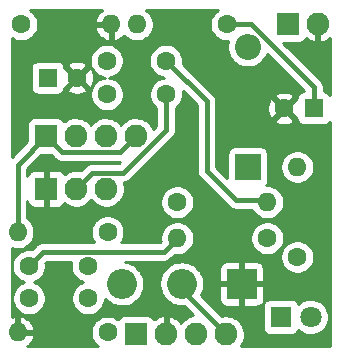
<source format=gbl>
G04 #@! TF.GenerationSoftware,KiCad,Pcbnew,(5.99.0-1101-g9de7547c2)*
G04 #@! TF.CreationDate,2020-03-12T16:30:10+02:00*
G04 #@! TF.ProjectId,cabeza-de-carne,63616265-7a61-42d6-9465-2d6361726e65,rev?*
G04 #@! TF.SameCoordinates,Original*
G04 #@! TF.FileFunction,Copper,L2,Bot*
G04 #@! TF.FilePolarity,Positive*
%FSLAX46Y46*%
G04 Gerber Fmt 4.6, Leading zero omitted, Abs format (unit mm)*
G04 Created by KiCad (PCBNEW (5.99.0-1101-g9de7547c2)) date 2020-03-12 16:30:10*
%MOMM*%
%LPD*%
G01*
G04 APERTURE LIST*
%ADD10O,2.540000X2.540000*%
%ADD11R,2.540000X2.540000*%
%ADD12O,1.930400X1.930400*%
%ADD13R,1.930400X1.930400*%
%ADD14O,1.600000X1.600000*%
%ADD15C,1.600000*%
%ADD16O,2.200000X2.200000*%
%ADD17R,2.200000X2.200000*%
%ADD18C,1.800000*%
%ADD19R,1.800000X1.800000*%
%ADD20R,1.600000X1.600000*%
%ADD21C,0.381000*%
%ADD22C,0.254000*%
G04 APERTURE END LIST*
D10*
X232473501Y30289499D03*
X237553501Y30289499D03*
D11*
X242633501Y30289499D03*
D12*
X233680000Y42799000D03*
X231140000Y42799000D03*
X228600000Y42799000D03*
D13*
X226060000Y42799000D03*
D14*
X223647000Y26182999D03*
D15*
X231267000Y26182999D03*
D14*
X247332500Y40195500D03*
D15*
X247332500Y32575500D03*
D14*
X231584500Y52260500D03*
D15*
X223964500Y52260500D03*
D14*
X244792500Y37211000D03*
D15*
X237172500Y37211000D03*
D14*
X233743500Y52260500D03*
D15*
X241363500Y52260500D03*
D14*
X237172500Y34163000D03*
D15*
X244792500Y34163000D03*
D14*
X223647000Y34671000D03*
D15*
X231267000Y34671000D03*
D12*
X231140000Y38354000D03*
X228600000Y38354000D03*
D13*
X226060000Y38354000D03*
D12*
X249047000Y52324000D03*
D13*
X246507000Y52324000D03*
D12*
X241300000Y26035000D03*
X238760000Y26035000D03*
X236220000Y26035000D03*
D13*
X233680000Y26035000D03*
D16*
X243141500Y50355500D03*
D17*
X243141500Y40195500D03*
D18*
X248475500Y27495500D03*
D19*
X245935500Y27495500D03*
D15*
X246229500Y45148500D03*
D20*
X248729500Y45148500D03*
D15*
X228687000Y47752000D03*
D20*
X226187000Y47752000D03*
D15*
X229599500Y31813500D03*
X224599500Y31813500D03*
X236203500Y49196000D03*
X231203500Y49196000D03*
X231220000Y46338500D03*
X236220000Y46338500D03*
X224616000Y29083000D03*
X229616000Y29083000D03*
D21*
X233680000Y42799000D02*
X232324299Y41443299D01*
X232324299Y41443299D02*
X227415701Y41443299D01*
X227415701Y41443299D02*
X226060000Y42799000D01*
X241300000Y26035000D02*
X237553501Y29781499D01*
X237553501Y29781499D02*
X237553501Y30289499D01*
X236013501Y33004001D02*
X237172500Y34163000D01*
X225790001Y33004001D02*
X236013501Y33004001D01*
X224599500Y31813500D02*
X225790001Y33004001D01*
X223647000Y40386000D02*
X226060000Y42799000D01*
X223647000Y34671000D02*
X223647000Y40386000D01*
X248729500Y46973442D02*
X248729500Y45148500D01*
X243442442Y52260500D02*
X248729500Y46973442D01*
X241363500Y52260500D02*
X243442442Y52260500D01*
X244602000Y37401500D02*
X244792500Y37211000D01*
X242125500Y37401500D02*
X244602000Y37401500D01*
X236203500Y49196000D02*
X239649000Y45750500D01*
X239649000Y39878000D02*
X242125500Y37401500D01*
X239649000Y45750500D02*
X239649000Y39878000D01*
X236220000Y43332562D02*
X236220000Y46338500D01*
X232597139Y39709701D02*
X236220000Y43332562D01*
X229955701Y39709701D02*
X232597139Y39709701D01*
X228600000Y38354000D02*
X229955701Y39709701D01*
G36*
X230763632Y53442412D02*
G01*
X230754619Y53436101D01*
X230570866Y53281913D01*
X230563087Y53274134D01*
X230408899Y53090381D01*
X230402588Y53081368D01*
X230282652Y52873632D01*
X230278002Y52863660D01*
X230195960Y52638253D01*
X230193113Y52627626D01*
X230166820Y52478518D01*
X230242354Y52388500D01*
X231712500Y52388500D01*
X231712500Y50918354D01*
X231802518Y50842820D01*
X231951626Y50869113D01*
X231962253Y50871960D01*
X232187660Y50954002D01*
X232197632Y50958652D01*
X232405368Y51078588D01*
X232414381Y51084899D01*
X232598134Y51239087D01*
X232605913Y51246866D01*
X232664000Y51316091D01*
X232722087Y51246866D01*
X232729866Y51239087D01*
X232913619Y51084899D01*
X232922632Y51078588D01*
X233130368Y50958652D01*
X233140340Y50954002D01*
X233365747Y50871960D01*
X233376374Y50869113D01*
X233612603Y50827459D01*
X233623564Y50826500D01*
X233863436Y50826500D01*
X233874397Y50827459D01*
X234110626Y50869113D01*
X234121253Y50871960D01*
X234346660Y50954002D01*
X234356632Y50958652D01*
X234564368Y51078588D01*
X234573381Y51084899D01*
X234757134Y51239087D01*
X234764913Y51246866D01*
X234919101Y51430619D01*
X234925412Y51439632D01*
X235045348Y51647368D01*
X235049998Y51657340D01*
X235132040Y51882747D01*
X235134887Y51893374D01*
X235176541Y52129603D01*
X235177500Y52140564D01*
X235177500Y52380436D01*
X235176541Y52391397D01*
X235134887Y52627626D01*
X235132040Y52638253D01*
X235049998Y52863660D01*
X235045348Y52873632D01*
X234925412Y53081368D01*
X234919101Y53090381D01*
X234764913Y53274134D01*
X234757134Y53281913D01*
X234573381Y53436101D01*
X234564368Y53442412D01*
X234520048Y53468000D01*
X240586952Y53468000D01*
X240542632Y53442412D01*
X240533619Y53436101D01*
X240349866Y53281913D01*
X240342087Y53274134D01*
X240187899Y53090381D01*
X240181588Y53081368D01*
X240061652Y52873632D01*
X240057002Y52863660D01*
X239974960Y52638253D01*
X239972113Y52627626D01*
X239930459Y52391397D01*
X239929500Y52380436D01*
X239929500Y52140564D01*
X239930459Y52129603D01*
X239972113Y51893374D01*
X239974960Y51882747D01*
X240057002Y51657340D01*
X240061652Y51647368D01*
X240181588Y51439632D01*
X240187899Y51430619D01*
X240342087Y51246866D01*
X240349866Y51239087D01*
X240533619Y51084899D01*
X240542632Y51078588D01*
X240750368Y50958652D01*
X240760340Y50954002D01*
X240985747Y50871960D01*
X240996374Y50869113D01*
X241232603Y50827459D01*
X241243564Y50826500D01*
X241471302Y50826500D01*
X241451732Y50766269D01*
X241449421Y50756641D01*
X241408277Y50496873D01*
X241407500Y50487003D01*
X241407500Y50223997D01*
X241408277Y50214127D01*
X241449421Y49954359D01*
X241451732Y49944731D01*
X241533005Y49694598D01*
X241536794Y49685450D01*
X241656196Y49451110D01*
X241661369Y49442668D01*
X241815960Y49229892D01*
X241822390Y49222363D01*
X242008363Y49036390D01*
X242015892Y49029960D01*
X242228668Y48875369D01*
X242237110Y48870196D01*
X242471450Y48750794D01*
X242480598Y48747005D01*
X242730731Y48665732D01*
X242740359Y48663421D01*
X243000127Y48622277D01*
X243009997Y48621500D01*
X243273003Y48621500D01*
X243282873Y48622277D01*
X243542641Y48663421D01*
X243552269Y48665732D01*
X243802402Y48747005D01*
X243811550Y48750794D01*
X244045890Y48870196D01*
X244054332Y48875369D01*
X244267108Y49029960D01*
X244274637Y49036390D01*
X244460610Y49222363D01*
X244467040Y49229892D01*
X244621631Y49442668D01*
X244626804Y49451110D01*
X244746206Y49685450D01*
X244749995Y49694598D01*
X244771945Y49762152D01*
X247903000Y46631096D01*
X247903000Y46587681D01*
X247625642Y46513363D01*
X247601162Y46500620D01*
X247444910Y46369510D01*
X247430739Y46352621D01*
X247330141Y46178380D01*
X247322600Y46157663D01*
X247296265Y46008306D01*
X247273344Y46011323D01*
X246462710Y45200691D01*
X246462710Y45096309D01*
X247273344Y44285677D01*
X247299142Y44289073D01*
X247364637Y44044642D01*
X247377380Y44020162D01*
X247508490Y43863910D01*
X247525379Y43849739D01*
X247699620Y43749141D01*
X247720337Y43741600D01*
X247913038Y43707622D01*
X247923999Y43706663D01*
X249537758Y43706663D01*
X249554134Y43708819D01*
X249833359Y43783637D01*
X249857839Y43796380D01*
X250014090Y43927490D01*
X250028261Y43944379D01*
X250064000Y44006281D01*
X250064001Y25018000D01*
X242534526Y25018000D01*
X242599766Y25094656D01*
X242605801Y25103054D01*
X242735895Y25319569D01*
X242740477Y25328839D01*
X242833463Y25563694D01*
X242836470Y25573589D01*
X242890011Y25821231D01*
X242891418Y25833031D01*
X242899385Y26158987D01*
X242898556Y26170842D01*
X242857175Y26420803D01*
X242854655Y26430833D01*
X242773253Y26669950D01*
X242769130Y26679434D01*
X242649767Y26902045D01*
X242644149Y26910729D01*
X242490031Y27110854D01*
X242483072Y27118503D01*
X242298337Y27290771D01*
X242290221Y27297181D01*
X242079832Y27436964D01*
X242070778Y27441962D01*
X241840383Y27545505D01*
X241830634Y27548957D01*
X241586423Y27613481D01*
X241576242Y27615294D01*
X241324770Y27639065D01*
X241314429Y27639192D01*
X241062451Y27621571D01*
X241052229Y27620007D01*
X240916237Y27587609D01*
X239190263Y29313582D01*
X239292121Y29501180D01*
X239295961Y29509705D01*
X239389544Y29766824D01*
X239392082Y29775823D01*
X239446798Y30044758D01*
X239448044Y30055690D01*
X239448881Y30087691D01*
X240721664Y30087691D01*
X240721664Y29011241D01*
X240723820Y28994865D01*
X240798638Y28715641D01*
X240811381Y28691161D01*
X240942491Y28534909D01*
X240959380Y28520738D01*
X241133621Y28420140D01*
X241154338Y28412599D01*
X241347039Y28378621D01*
X241358000Y28377662D01*
X242431692Y28377662D01*
X242505501Y28451471D01*
X242761500Y28451471D01*
X242835309Y28377662D01*
X243911759Y28377662D01*
X243928135Y28379818D01*
X244007191Y28401001D01*
X244393663Y28401001D01*
X244393663Y26587242D01*
X244395819Y26570866D01*
X244470637Y26291642D01*
X244483380Y26267162D01*
X244614490Y26110910D01*
X244631379Y26096739D01*
X244805620Y25996141D01*
X244826337Y25988600D01*
X245019038Y25954622D01*
X245029999Y25953663D01*
X246843758Y25953663D01*
X246860134Y25955819D01*
X247139359Y26030637D01*
X247163839Y26043380D01*
X247320090Y26174490D01*
X247334261Y26191379D01*
X247433721Y26363650D01*
X247440687Y26356206D01*
X247448612Y26349058D01*
X247647441Y26198139D01*
X247656457Y26192429D01*
X247877871Y26077168D01*
X247887720Y26073058D01*
X248125389Y25996751D01*
X248135790Y25994360D01*
X248382917Y25959188D01*
X248393572Y25958583D01*
X248643093Y25965552D01*
X248653698Y25966751D01*
X248898477Y26015663D01*
X248908728Y26018632D01*
X249141767Y26108087D01*
X249151371Y26112740D01*
X249366006Y26240181D01*
X249374688Y26246386D01*
X249564783Y26408169D01*
X249572296Y26415748D01*
X249732414Y26607246D01*
X249738542Y26615983D01*
X249864106Y26831721D01*
X249868675Y26841366D01*
X249956093Y27075177D01*
X249958971Y27085454D01*
X250005802Y27330947D01*
X250006917Y27342170D01*
X250009578Y27619402D01*
X250008679Y27630644D01*
X249966570Y27876992D01*
X249963889Y27887322D01*
X249880976Y28122768D01*
X249876592Y28132499D01*
X249755194Y28350608D01*
X249749234Y28359461D01*
X249592822Y28553998D01*
X249585456Y28561720D01*
X249398503Y28727122D01*
X249389940Y28733493D01*
X249177791Y28865030D01*
X249168278Y28869867D01*
X248937000Y28963779D01*
X248926808Y28966944D01*
X248683013Y29020546D01*
X248672434Y29021948D01*
X248423092Y29033706D01*
X248412428Y29033306D01*
X248164670Y29002886D01*
X248154225Y29000694D01*
X247915135Y28928963D01*
X247905209Y28925043D01*
X247681623Y28814054D01*
X247672500Y28808518D01*
X247470811Y28661444D01*
X247462750Y28654449D01*
X247423274Y28613855D01*
X247400363Y28699359D01*
X247387620Y28723839D01*
X247256510Y28880090D01*
X247239621Y28894261D01*
X247065380Y28994859D01*
X247044663Y29002400D01*
X246851962Y29036378D01*
X246841001Y29037337D01*
X245027242Y29037337D01*
X245010866Y29035181D01*
X244731642Y28960363D01*
X244707162Y28947620D01*
X244550910Y28816510D01*
X244536739Y28799621D01*
X244436141Y28625380D01*
X244428600Y28604663D01*
X244394622Y28411962D01*
X244393663Y28401001D01*
X244007191Y28401001D01*
X244207360Y28454636D01*
X244231840Y28467379D01*
X244388091Y28598489D01*
X244402262Y28615378D01*
X244502860Y28789619D01*
X244510401Y28810336D01*
X244544379Y29003037D01*
X244545338Y29013998D01*
X244545338Y30087690D01*
X244471529Y30161499D01*
X242835310Y30161500D01*
X242761501Y30087691D01*
X242761500Y28451471D01*
X242505501Y28451471D01*
X242505502Y30087690D01*
X242431693Y30161499D01*
X240795473Y30161500D01*
X240721664Y30087691D01*
X239448881Y30087691D01*
X239457684Y30423834D01*
X239457012Y30434816D01*
X239416447Y30706247D01*
X239414383Y30715367D01*
X239334384Y30977031D01*
X239330995Y30985746D01*
X239213199Y31232710D01*
X239208559Y31240828D01*
X239055553Y31467668D01*
X239049765Y31475011D01*
X238967306Y31565000D01*
X240721664Y31565000D01*
X240721664Y30491308D01*
X240795473Y30417499D01*
X242431692Y30417498D01*
X242505501Y30491307D01*
X242505501Y30491308D01*
X242761500Y30491308D01*
X242835309Y30417499D01*
X244471529Y30417498D01*
X244545338Y30491307D01*
X244545338Y31567757D01*
X244543182Y31584133D01*
X244468364Y31863358D01*
X244455621Y31887838D01*
X244324511Y32044089D01*
X244307622Y32058260D01*
X244133381Y32158858D01*
X244112664Y32166399D01*
X243919963Y32200377D01*
X243909002Y32201336D01*
X242835310Y32201336D01*
X242761501Y32127527D01*
X242761500Y30491308D01*
X242505501Y30491308D01*
X242505502Y32127527D01*
X242431693Y32201336D01*
X241355243Y32201336D01*
X241338867Y32199180D01*
X241059643Y32124362D01*
X241035163Y32111619D01*
X240878911Y31980509D01*
X240864740Y31963620D01*
X240764142Y31789379D01*
X240756601Y31768662D01*
X240722623Y31575961D01*
X240721664Y31565000D01*
X238967306Y31565000D01*
X238864911Y31676745D01*
X238858100Y31683152D01*
X238645458Y31855346D01*
X238637775Y31860675D01*
X238402016Y31999548D01*
X238393630Y32003684D01*
X238139934Y32106183D01*
X238131029Y32109033D01*
X237864971Y32172909D01*
X237855742Y32174412D01*
X237583164Y32198259D01*
X237573814Y32198381D01*
X237300705Y32181678D01*
X237291440Y32180417D01*
X237023800Y32123528D01*
X237014823Y32120911D01*
X236758532Y32025088D01*
X236750040Y32021174D01*
X236510727Y31888520D01*
X236502907Y31883394D01*
X236285831Y31716824D01*
X236278855Y31710598D01*
X236088783Y31513773D01*
X236082804Y31506584D01*
X235923913Y31283826D01*
X235919062Y31275832D01*
X235794842Y31032036D01*
X235791226Y31023413D01*
X235704405Y30763934D01*
X235702103Y30754871D01*
X235654589Y30485409D01*
X235653653Y30476105D01*
X235646490Y30202580D01*
X235646938Y30193240D01*
X235680285Y29921660D01*
X235682109Y29912489D01*
X235755230Y29648822D01*
X235758390Y29640021D01*
X235869681Y29390057D01*
X235874107Y29381820D01*
X236021122Y29151052D01*
X236026716Y29143560D01*
X236206227Y28937057D01*
X236212868Y28930474D01*
X236420930Y28752772D01*
X236428470Y28747243D01*
X236660512Y28602247D01*
X236668787Y28597894D01*
X236919713Y28488788D01*
X236928541Y28485705D01*
X237192836Y28414888D01*
X237202022Y28413144D01*
X237473883Y28382170D01*
X237483226Y28381803D01*
X237756678Y28391351D01*
X237765974Y28392369D01*
X237772564Y28393590D01*
X238543136Y27623018D01*
X238522451Y27621571D01*
X238512229Y27620007D01*
X238266513Y27561469D01*
X238256683Y27558257D01*
X238023827Y27460373D01*
X238014654Y27455598D01*
X237800912Y27320997D01*
X237792642Y27314788D01*
X237603754Y27147086D01*
X237596609Y27139609D01*
X237489627Y27007497D01*
X237410031Y27110854D01*
X237403072Y27118503D01*
X237218337Y27290771D01*
X237210221Y27297181D01*
X236999832Y27436964D01*
X236990778Y27441962D01*
X236760383Y27545505D01*
X236750634Y27548957D01*
X236506423Y27613481D01*
X236496242Y27615294D01*
X236430402Y27621518D01*
X236348000Y27546539D01*
X236348000Y25907000D01*
X236092000Y25907000D01*
X236092000Y27550043D01*
X235996184Y27625714D01*
X235726513Y27561469D01*
X235716683Y27558257D01*
X235483827Y27460373D01*
X235474654Y27455598D01*
X235260912Y27320997D01*
X235252642Y27314788D01*
X235215923Y27282188D01*
X235210063Y27304059D01*
X235197320Y27328539D01*
X235066210Y27484790D01*
X235049321Y27498961D01*
X234875080Y27599559D01*
X234854363Y27607100D01*
X234661662Y27641078D01*
X234650701Y27642037D01*
X232706542Y27642037D01*
X232690166Y27639881D01*
X232410942Y27565063D01*
X232386462Y27552320D01*
X232230210Y27421210D01*
X232216039Y27404321D01*
X232159369Y27306166D01*
X232096881Y27358600D01*
X232087868Y27364911D01*
X231880132Y27484847D01*
X231870160Y27489497D01*
X231644753Y27571539D01*
X231634126Y27574386D01*
X231397897Y27616040D01*
X231386936Y27616999D01*
X231147064Y27616999D01*
X231136103Y27616040D01*
X230899874Y27574386D01*
X230889247Y27571539D01*
X230663840Y27489497D01*
X230653868Y27484847D01*
X230446132Y27364911D01*
X230437119Y27358600D01*
X230253366Y27204412D01*
X230245587Y27196633D01*
X230091399Y27012880D01*
X230085088Y27003867D01*
X229965152Y26796131D01*
X229960502Y26786159D01*
X229878460Y26560752D01*
X229875613Y26550125D01*
X229833959Y26313896D01*
X229833000Y26302935D01*
X229833000Y26063063D01*
X229833959Y26052102D01*
X229875613Y25815873D01*
X229878460Y25805246D01*
X229960502Y25579839D01*
X229965152Y25569867D01*
X230085088Y25362131D01*
X230091399Y25353118D01*
X230245587Y25169365D01*
X230253366Y25161586D01*
X230424484Y25018000D01*
X224489516Y25018000D01*
X224660634Y25161586D01*
X224668413Y25169365D01*
X224822601Y25353118D01*
X224828912Y25362131D01*
X224948848Y25569867D01*
X224953498Y25579839D01*
X225035540Y25805246D01*
X225038387Y25815873D01*
X225064680Y25964981D01*
X224989146Y26054999D01*
X223848808Y26055000D01*
X223848807Y26054999D01*
X223519000Y26055000D01*
X223519000Y26384808D01*
X223774999Y26384808D01*
X223848808Y26310999D01*
X224989146Y26310998D01*
X225064679Y26401016D01*
X225038387Y26550124D01*
X225035540Y26560752D01*
X224953498Y26786159D01*
X224948848Y26796131D01*
X224828912Y27003867D01*
X224822601Y27012880D01*
X224668413Y27196633D01*
X224660634Y27204412D01*
X224476881Y27358600D01*
X224467868Y27364911D01*
X224260132Y27484847D01*
X224250160Y27489497D01*
X224024753Y27571539D01*
X224014126Y27574386D01*
X223865018Y27600679D01*
X223775000Y27525145D01*
X223774999Y26384808D01*
X223519000Y26384808D01*
X223519001Y27525145D01*
X223428983Y27600678D01*
X223279875Y27574386D01*
X223269247Y27571539D01*
X223138000Y27523769D01*
X223138000Y31933436D01*
X223165500Y31933436D01*
X223165500Y31693564D01*
X223166459Y31682603D01*
X223208113Y31446374D01*
X223210960Y31435747D01*
X223293002Y31210340D01*
X223297652Y31200368D01*
X223417588Y30992632D01*
X223423899Y30983619D01*
X223578087Y30799866D01*
X223585866Y30792087D01*
X223769619Y30637899D01*
X223778632Y30631588D01*
X223986368Y30511652D01*
X223996340Y30507002D01*
X224166009Y30445247D01*
X224012840Y30389498D01*
X224002868Y30384848D01*
X223795132Y30264912D01*
X223786119Y30258601D01*
X223602366Y30104413D01*
X223594587Y30096634D01*
X223440399Y29912881D01*
X223434088Y29903868D01*
X223314152Y29696132D01*
X223309502Y29686160D01*
X223227460Y29460753D01*
X223224613Y29450126D01*
X223182959Y29213897D01*
X223182000Y29202936D01*
X223182000Y28963064D01*
X223182959Y28952103D01*
X223224613Y28715874D01*
X223227460Y28705247D01*
X223309502Y28479840D01*
X223314152Y28469868D01*
X223434088Y28262132D01*
X223440399Y28253119D01*
X223594587Y28069366D01*
X223602366Y28061587D01*
X223786119Y27907399D01*
X223795132Y27901088D01*
X224002868Y27781152D01*
X224012840Y27776502D01*
X224238247Y27694460D01*
X224248874Y27691613D01*
X224485103Y27649959D01*
X224496064Y27649000D01*
X224735936Y27649000D01*
X224746897Y27649959D01*
X224983126Y27691613D01*
X224993753Y27694460D01*
X225219160Y27776502D01*
X225229132Y27781152D01*
X225436868Y27901088D01*
X225445881Y27907399D01*
X225629634Y28061587D01*
X225637413Y28069366D01*
X225791601Y28253119D01*
X225797912Y28262132D01*
X225917848Y28469868D01*
X225922498Y28479840D01*
X226004540Y28705247D01*
X226007387Y28715874D01*
X226049041Y28952103D01*
X226050000Y28963064D01*
X226050000Y29202936D01*
X226049041Y29213897D01*
X226007387Y29450126D01*
X226004540Y29460753D01*
X225922498Y29686160D01*
X225917848Y29696132D01*
X225797912Y29903868D01*
X225791601Y29912881D01*
X225637413Y30096634D01*
X225629634Y30104413D01*
X225445881Y30258601D01*
X225436868Y30264912D01*
X225229132Y30384848D01*
X225219160Y30389498D01*
X225049491Y30451253D01*
X225202660Y30507002D01*
X225212632Y30511652D01*
X225420368Y30631588D01*
X225429381Y30637899D01*
X225613134Y30792087D01*
X225620913Y30799866D01*
X225775101Y30983619D01*
X225781412Y30992632D01*
X225901348Y31200368D01*
X225905998Y31210340D01*
X225988040Y31435747D01*
X225990887Y31446374D01*
X226032541Y31682603D01*
X226033500Y31693564D01*
X226033500Y31933436D01*
X226032541Y31944397D01*
X226012561Y32057714D01*
X226132348Y32177501D01*
X228207562Y32177501D01*
X228166459Y31944397D01*
X228165500Y31933436D01*
X228165500Y31693564D01*
X228166459Y31682603D01*
X228208113Y31446374D01*
X228210960Y31435747D01*
X228293002Y31210340D01*
X228297652Y31200368D01*
X228417588Y30992632D01*
X228423899Y30983619D01*
X228578087Y30799866D01*
X228585866Y30792087D01*
X228769619Y30637899D01*
X228778632Y30631588D01*
X228986368Y30511652D01*
X228996340Y30507002D01*
X229166009Y30445247D01*
X229012840Y30389498D01*
X229002868Y30384848D01*
X228795132Y30264912D01*
X228786119Y30258601D01*
X228602366Y30104413D01*
X228594587Y30096634D01*
X228440399Y29912881D01*
X228434088Y29903868D01*
X228314152Y29696132D01*
X228309502Y29686160D01*
X228227460Y29460753D01*
X228224613Y29450126D01*
X228182959Y29213897D01*
X228182000Y29202936D01*
X228182000Y28963064D01*
X228182959Y28952103D01*
X228224613Y28715874D01*
X228227460Y28705247D01*
X228309502Y28479840D01*
X228314152Y28469868D01*
X228434088Y28262132D01*
X228440399Y28253119D01*
X228594587Y28069366D01*
X228602366Y28061587D01*
X228786119Y27907399D01*
X228795132Y27901088D01*
X229002868Y27781152D01*
X229012840Y27776502D01*
X229238247Y27694460D01*
X229248874Y27691613D01*
X229485103Y27649959D01*
X229496064Y27649000D01*
X229735936Y27649000D01*
X229746897Y27649959D01*
X229983126Y27691613D01*
X229993753Y27694460D01*
X230219160Y27776502D01*
X230229132Y27781152D01*
X230436868Y27901088D01*
X230445881Y27907399D01*
X230629634Y28061587D01*
X230637413Y28069366D01*
X230791601Y28253119D01*
X230797912Y28262132D01*
X230917848Y28469868D01*
X230922498Y28479840D01*
X231004540Y28705247D01*
X231007387Y28715874D01*
X231049041Y28952103D01*
X231050000Y28963064D01*
X231050000Y29024746D01*
X231126227Y28937057D01*
X231132868Y28930474D01*
X231340930Y28752772D01*
X231348470Y28747243D01*
X231580512Y28602247D01*
X231588787Y28597894D01*
X231839713Y28488788D01*
X231848541Y28485705D01*
X232112836Y28414888D01*
X232122022Y28413144D01*
X232393883Y28382170D01*
X232403226Y28381803D01*
X232676679Y28391351D01*
X232685974Y28392369D01*
X232955011Y28442233D01*
X232964053Y28444614D01*
X233222765Y28533695D01*
X233231356Y28537386D01*
X233474060Y28663729D01*
X233482012Y28668650D01*
X233703373Y28829479D01*
X233710510Y28835520D01*
X233905669Y29027302D01*
X233911834Y29034333D01*
X234076503Y29252855D01*
X234081561Y29260719D01*
X234212121Y29501180D01*
X234215961Y29509705D01*
X234309544Y29766824D01*
X234312082Y29775823D01*
X234366798Y30044758D01*
X234368044Y30055690D01*
X234377684Y30423834D01*
X234377012Y30434816D01*
X234336447Y30706247D01*
X234334383Y30715367D01*
X234254384Y30977031D01*
X234250995Y30985746D01*
X234133199Y31232710D01*
X234128559Y31240828D01*
X233975553Y31467668D01*
X233969765Y31475011D01*
X233784911Y31676745D01*
X233778100Y31683152D01*
X233565458Y31855346D01*
X233557775Y31860675D01*
X233322016Y31999548D01*
X233313630Y32003684D01*
X233059934Y32106183D01*
X233051029Y32109033D01*
X232784971Y32172909D01*
X232775742Y32174412D01*
X232740434Y32177501D01*
X235920910Y32177501D01*
X235937691Y32173704D01*
X235955587Y32172264D01*
X236039996Y32177501D01*
X236068279Y32177501D01*
X236077220Y32178138D01*
X236097826Y32181088D01*
X236173775Y32185801D01*
X236191355Y32189442D01*
X236214502Y32197798D01*
X236238877Y32201289D01*
X236256110Y32206328D01*
X236325397Y32237832D01*
X236397156Y32263737D01*
X236413324Y32272397D01*
X236432293Y32286434D01*
X236455113Y32296809D01*
X236470238Y32306482D01*
X236536218Y32363334D01*
X236553455Y32376089D01*
X236560538Y32382192D01*
X236575695Y32397350D01*
X236635848Y32449181D01*
X236647649Y32462708D01*
X236659800Y32481454D01*
X236873782Y32695436D01*
X245898500Y32695436D01*
X245898500Y32455564D01*
X245899459Y32444603D01*
X245941113Y32208374D01*
X245943960Y32197747D01*
X246026002Y31972340D01*
X246030652Y31962368D01*
X246150588Y31754632D01*
X246156899Y31745619D01*
X246311087Y31561866D01*
X246318866Y31554087D01*
X246502619Y31399899D01*
X246511632Y31393588D01*
X246719368Y31273652D01*
X246729340Y31269002D01*
X246954747Y31186960D01*
X246965374Y31184113D01*
X247201603Y31142459D01*
X247212564Y31141500D01*
X247452436Y31141500D01*
X247463397Y31142459D01*
X247699626Y31184113D01*
X247710253Y31186960D01*
X247935660Y31269002D01*
X247945632Y31273652D01*
X248153368Y31393588D01*
X248162381Y31399899D01*
X248346134Y31554087D01*
X248353913Y31561866D01*
X248508101Y31745619D01*
X248514412Y31754632D01*
X248634348Y31962368D01*
X248638998Y31972340D01*
X248721040Y32197747D01*
X248723887Y32208374D01*
X248765541Y32444603D01*
X248766500Y32455564D01*
X248766500Y32695436D01*
X248765541Y32706397D01*
X248723887Y32942626D01*
X248721040Y32953253D01*
X248638998Y33178660D01*
X248634348Y33188632D01*
X248514412Y33396368D01*
X248508101Y33405381D01*
X248353913Y33589134D01*
X248346134Y33596913D01*
X248162381Y33751101D01*
X248153368Y33757412D01*
X247945632Y33877348D01*
X247935660Y33881998D01*
X247710253Y33964040D01*
X247699626Y33966887D01*
X247463397Y34008541D01*
X247452436Y34009500D01*
X247212564Y34009500D01*
X247201603Y34008541D01*
X246965374Y33966887D01*
X246954747Y33964040D01*
X246729340Y33881998D01*
X246719368Y33877348D01*
X246511632Y33757412D01*
X246502619Y33751101D01*
X246318866Y33596913D01*
X246311087Y33589134D01*
X246156899Y33405381D01*
X246150588Y33396368D01*
X246030652Y33188632D01*
X246026002Y33178660D01*
X245943960Y32953253D01*
X245941113Y32942626D01*
X245899459Y32706397D01*
X245898500Y32695436D01*
X236873782Y32695436D01*
X236928286Y32749940D01*
X237041603Y32729959D01*
X237052564Y32729000D01*
X237292436Y32729000D01*
X237303397Y32729959D01*
X237539626Y32771613D01*
X237550253Y32774460D01*
X237775660Y32856502D01*
X237785632Y32861152D01*
X237993368Y32981088D01*
X238002381Y32987399D01*
X238186134Y33141587D01*
X238193913Y33149366D01*
X238348101Y33333119D01*
X238354412Y33342132D01*
X238474348Y33549868D01*
X238478998Y33559840D01*
X238561040Y33785247D01*
X238563887Y33795874D01*
X238605541Y34032103D01*
X238606500Y34043064D01*
X238606500Y34282936D01*
X243358500Y34282936D01*
X243358500Y34043064D01*
X243359459Y34032103D01*
X243401113Y33795874D01*
X243403960Y33785247D01*
X243486002Y33559840D01*
X243490652Y33549868D01*
X243610588Y33342132D01*
X243616899Y33333119D01*
X243771087Y33149366D01*
X243778866Y33141587D01*
X243962619Y32987399D01*
X243971632Y32981088D01*
X244179368Y32861152D01*
X244189340Y32856502D01*
X244414747Y32774460D01*
X244425374Y32771613D01*
X244661603Y32729959D01*
X244672564Y32729000D01*
X244912436Y32729000D01*
X244923397Y32729959D01*
X245159626Y32771613D01*
X245170253Y32774460D01*
X245395660Y32856502D01*
X245405632Y32861152D01*
X245613368Y32981088D01*
X245622381Y32987399D01*
X245806134Y33141587D01*
X245813913Y33149366D01*
X245968101Y33333119D01*
X245974412Y33342132D01*
X246094348Y33549868D01*
X246098998Y33559840D01*
X246181040Y33785247D01*
X246183887Y33795874D01*
X246225541Y34032103D01*
X246226500Y34043064D01*
X246226500Y34282936D01*
X246225541Y34293897D01*
X246183887Y34530126D01*
X246181040Y34540753D01*
X246098998Y34766160D01*
X246094348Y34776132D01*
X245974412Y34983868D01*
X245968101Y34992881D01*
X245813913Y35176634D01*
X245806134Y35184413D01*
X245622381Y35338601D01*
X245613368Y35344912D01*
X245405632Y35464848D01*
X245395660Y35469498D01*
X245170253Y35551540D01*
X245159626Y35554387D01*
X244923397Y35596041D01*
X244912436Y35597000D01*
X244672564Y35597000D01*
X244661603Y35596041D01*
X244425374Y35554387D01*
X244414747Y35551540D01*
X244189340Y35469498D01*
X244179368Y35464848D01*
X243971632Y35344912D01*
X243962619Y35338601D01*
X243778866Y35184413D01*
X243771087Y35176634D01*
X243616899Y34992881D01*
X243610588Y34983868D01*
X243490652Y34776132D01*
X243486002Y34766160D01*
X243403960Y34540753D01*
X243401113Y34530126D01*
X243359459Y34293897D01*
X243358500Y34282936D01*
X238606500Y34282936D01*
X238605541Y34293897D01*
X238563887Y34530126D01*
X238561040Y34540753D01*
X238478998Y34766160D01*
X238474348Y34776132D01*
X238354412Y34983868D01*
X238348101Y34992881D01*
X238193913Y35176634D01*
X238186134Y35184413D01*
X238002381Y35338601D01*
X237993368Y35344912D01*
X237785632Y35464848D01*
X237775660Y35469498D01*
X237550253Y35551540D01*
X237539626Y35554387D01*
X237303397Y35596041D01*
X237292436Y35597000D01*
X237052564Y35597000D01*
X237041603Y35596041D01*
X236805374Y35554387D01*
X236794747Y35551540D01*
X236569340Y35469498D01*
X236559368Y35464848D01*
X236351632Y35344912D01*
X236342619Y35338601D01*
X236158866Y35184413D01*
X236151087Y35176634D01*
X235996899Y34992881D01*
X235990588Y34983868D01*
X235870652Y34776132D01*
X235866002Y34766160D01*
X235783960Y34540753D01*
X235781113Y34530126D01*
X235739459Y34293897D01*
X235738500Y34282936D01*
X235738500Y34043064D01*
X235739459Y34032103D01*
X235759439Y33918786D01*
X235671155Y33830501D01*
X232433691Y33830501D01*
X232442601Y33841119D01*
X232448912Y33850132D01*
X232568848Y34057868D01*
X232573498Y34067840D01*
X232655540Y34293247D01*
X232658387Y34303874D01*
X232700041Y34540103D01*
X232701000Y34551064D01*
X232701000Y34790936D01*
X232700041Y34801897D01*
X232658387Y35038126D01*
X232655540Y35048753D01*
X232573498Y35274160D01*
X232568848Y35284132D01*
X232448912Y35491868D01*
X232442601Y35500881D01*
X232288413Y35684634D01*
X232280634Y35692413D01*
X232096881Y35846601D01*
X232087868Y35852912D01*
X231880132Y35972848D01*
X231870160Y35977498D01*
X231644753Y36059540D01*
X231634126Y36062387D01*
X231397897Y36104041D01*
X231386936Y36105000D01*
X231147064Y36105000D01*
X231136103Y36104041D01*
X230899874Y36062387D01*
X230889247Y36059540D01*
X230663840Y35977498D01*
X230653868Y35972848D01*
X230446132Y35852912D01*
X230437119Y35846601D01*
X230253366Y35692413D01*
X230245587Y35684634D01*
X230091399Y35500881D01*
X230085088Y35491868D01*
X229965152Y35284132D01*
X229960502Y35274160D01*
X229878460Y35048753D01*
X229875613Y35038126D01*
X229833959Y34801897D01*
X229833000Y34790936D01*
X229833000Y34551064D01*
X229833959Y34540103D01*
X229875613Y34303874D01*
X229878460Y34293247D01*
X229960502Y34067840D01*
X229965152Y34057868D01*
X230085088Y33850132D01*
X230091399Y33841119D01*
X230100309Y33830501D01*
X225882591Y33830501D01*
X225865810Y33834298D01*
X225847915Y33835738D01*
X225763506Y33830501D01*
X225735223Y33830501D01*
X225726281Y33829864D01*
X225705675Y33826913D01*
X225629726Y33822201D01*
X225612147Y33818561D01*
X225588994Y33810203D01*
X225564624Y33806713D01*
X225547392Y33801674D01*
X225478103Y33770170D01*
X225406344Y33744265D01*
X225390177Y33735605D01*
X225371205Y33721566D01*
X225348389Y33711193D01*
X225333264Y33701520D01*
X225267292Y33644675D01*
X225250047Y33631914D01*
X225242963Y33625810D01*
X225227799Y33610645D01*
X225167654Y33558821D01*
X225155852Y33545292D01*
X225143704Y33526550D01*
X224843714Y33226560D01*
X224730397Y33246541D01*
X224719436Y33247500D01*
X224479564Y33247500D01*
X224468603Y33246541D01*
X224232374Y33204887D01*
X224221747Y33202040D01*
X223996340Y33119998D01*
X223986368Y33115348D01*
X223778632Y32995412D01*
X223769619Y32989101D01*
X223585866Y32834913D01*
X223578087Y32827134D01*
X223423899Y32643381D01*
X223417588Y32634368D01*
X223297652Y32426632D01*
X223293002Y32416660D01*
X223210960Y32191253D01*
X223208113Y32180626D01*
X223166459Y31944397D01*
X223165500Y31933436D01*
X223138000Y31933436D01*
X223138000Y33330230D01*
X223269247Y33282460D01*
X223279874Y33279613D01*
X223516103Y33237959D01*
X223527064Y33237000D01*
X223766936Y33237000D01*
X223777897Y33237959D01*
X224014126Y33279613D01*
X224024753Y33282460D01*
X224250160Y33364502D01*
X224260132Y33369152D01*
X224467868Y33489088D01*
X224476881Y33495399D01*
X224660634Y33649587D01*
X224668413Y33657366D01*
X224822601Y33841119D01*
X224828912Y33850132D01*
X224948848Y34057868D01*
X224953498Y34067840D01*
X225035540Y34293247D01*
X225038387Y34303874D01*
X225080041Y34540103D01*
X225081000Y34551064D01*
X225081000Y34790936D01*
X225080041Y34801897D01*
X225038387Y35038126D01*
X225035540Y35048753D01*
X224953498Y35274160D01*
X224948848Y35284132D01*
X224828912Y35491868D01*
X224822601Y35500881D01*
X224668413Y35684634D01*
X224660634Y35692413D01*
X224476881Y35846601D01*
X224473500Y35848968D01*
X224473500Y37295567D01*
X224529937Y37084942D01*
X224542680Y37060462D01*
X224673790Y36904210D01*
X224690679Y36890039D01*
X224864920Y36789441D01*
X224885637Y36781900D01*
X225078338Y36747922D01*
X225089299Y36746963D01*
X225858191Y36746963D01*
X225932000Y36820772D01*
X225932001Y38152192D01*
X225932000Y38152193D01*
X225932001Y39887228D01*
X225858192Y39961037D01*
X225086542Y39961037D01*
X225070166Y39958881D01*
X224790942Y39884063D01*
X224766462Y39871320D01*
X224610210Y39740210D01*
X224596039Y39723321D01*
X224495441Y39549080D01*
X224487900Y39528363D01*
X224473500Y39446696D01*
X224473500Y40043655D01*
X225621809Y41191963D01*
X226498190Y41191963D01*
X226765804Y40924348D01*
X226774986Y40909796D01*
X226786622Y40896124D01*
X226850021Y40840132D01*
X226870011Y40820141D01*
X226876785Y40814268D01*
X226893436Y40801789D01*
X226950477Y40751412D01*
X226965483Y40741555D01*
X226987765Y40731093D01*
X227007462Y40716331D01*
X227023210Y40707709D01*
X227094474Y40680994D01*
X227163541Y40648567D01*
X227181096Y40643258D01*
X227204440Y40639770D01*
X227227908Y40630972D01*
X227245442Y40627117D01*
X227332287Y40620663D01*
X227353506Y40617492D01*
X227362829Y40616799D01*
X227384290Y40616799D01*
X227463451Y40610917D01*
X227481361Y40612138D01*
X227503196Y40616799D01*
X232231708Y40616799D01*
X232248489Y40613002D01*
X232266385Y40611562D01*
X232334372Y40615780D01*
X232254793Y40536201D01*
X230048291Y40536201D01*
X230031510Y40539998D01*
X230013615Y40541438D01*
X229929206Y40536201D01*
X229900923Y40536201D01*
X229891981Y40535564D01*
X229871375Y40532613D01*
X229795426Y40527901D01*
X229777847Y40524261D01*
X229754694Y40515903D01*
X229730324Y40512413D01*
X229713092Y40507374D01*
X229643803Y40475870D01*
X229572044Y40449965D01*
X229555877Y40441305D01*
X229536905Y40427266D01*
X229514089Y40416893D01*
X229498964Y40407220D01*
X229432992Y40350375D01*
X229415747Y40337614D01*
X229408663Y40331510D01*
X229393499Y40316345D01*
X229333354Y40264521D01*
X229321552Y40250992D01*
X229309404Y40232250D01*
X228983885Y39906731D01*
X228886423Y39932481D01*
X228876242Y39934294D01*
X228624770Y39958065D01*
X228614429Y39958192D01*
X228362451Y39940571D01*
X228352229Y39939007D01*
X228106513Y39880469D01*
X228096683Y39877257D01*
X227863827Y39779373D01*
X227854654Y39774598D01*
X227640912Y39639997D01*
X227632642Y39633788D01*
X227595923Y39601188D01*
X227590063Y39623059D01*
X227577320Y39647539D01*
X227446210Y39803790D01*
X227429321Y39817961D01*
X227255080Y39918559D01*
X227234363Y39926100D01*
X227041662Y39960078D01*
X227030701Y39961037D01*
X226261809Y39961037D01*
X226188000Y39887228D01*
X226187999Y38555808D01*
X226188000Y38555807D01*
X226187999Y36820772D01*
X226261808Y36746963D01*
X227033458Y36746963D01*
X227049834Y36749119D01*
X227329059Y36823937D01*
X227353539Y36836680D01*
X227509790Y36967790D01*
X227523961Y36984679D01*
X227594025Y37106034D01*
X227786148Y36971508D01*
X227795077Y36966290D01*
X228022873Y36857149D01*
X228032535Y36853460D01*
X228275098Y36782988D01*
X228285232Y36780927D01*
X228536048Y36751019D01*
X228546382Y36750640D01*
X228798714Y36762098D01*
X228808972Y36763412D01*
X229056045Y36815930D01*
X229065950Y36818901D01*
X229301128Y36911067D01*
X229310415Y36915616D01*
X229527382Y37044954D01*
X229535801Y37050959D01*
X229728730Y37213997D01*
X229736055Y37221297D01*
X229871060Y37379927D01*
X229924038Y37307542D01*
X229930809Y37299725D01*
X230111280Y37122996D01*
X230119237Y37116390D01*
X230326148Y36971508D01*
X230335077Y36966290D01*
X230562873Y36857149D01*
X230572535Y36853460D01*
X230815098Y36782988D01*
X230825232Y36780927D01*
X231076048Y36751019D01*
X231086382Y36750640D01*
X231338714Y36762098D01*
X231348972Y36763412D01*
X231596045Y36815930D01*
X231605950Y36818901D01*
X231841128Y36911067D01*
X231850415Y36915616D01*
X232067382Y37044954D01*
X232075801Y37050959D01*
X232268730Y37213997D01*
X232276055Y37221297D01*
X232369365Y37330936D01*
X235738500Y37330936D01*
X235738500Y37091064D01*
X235739459Y37080103D01*
X235781113Y36843874D01*
X235783960Y36833247D01*
X235866002Y36607840D01*
X235870652Y36597868D01*
X235990588Y36390132D01*
X235996899Y36381119D01*
X236151087Y36197366D01*
X236158866Y36189587D01*
X236342619Y36035399D01*
X236351632Y36029088D01*
X236559368Y35909152D01*
X236569340Y35904502D01*
X236794747Y35822460D01*
X236805374Y35819613D01*
X237041603Y35777959D01*
X237052564Y35777000D01*
X237292436Y35777000D01*
X237303397Y35777959D01*
X237539626Y35819613D01*
X237550253Y35822460D01*
X237775660Y35904502D01*
X237785632Y35909152D01*
X237993368Y36029088D01*
X238002381Y36035399D01*
X238186134Y36189587D01*
X238193913Y36197366D01*
X238348101Y36381119D01*
X238354412Y36390132D01*
X238474348Y36597868D01*
X238478998Y36607840D01*
X238561040Y36833247D01*
X238563887Y36843874D01*
X238605541Y37080103D01*
X238606500Y37091064D01*
X238606500Y37330936D01*
X238605541Y37341897D01*
X238563887Y37578126D01*
X238561040Y37588753D01*
X238478998Y37814160D01*
X238474348Y37824132D01*
X238354412Y38031868D01*
X238348101Y38040881D01*
X238193913Y38224634D01*
X238186134Y38232413D01*
X238002381Y38386601D01*
X237993368Y38392912D01*
X237785632Y38512848D01*
X237775660Y38517498D01*
X237550253Y38599540D01*
X237539626Y38602387D01*
X237303397Y38644041D01*
X237292436Y38645000D01*
X237052564Y38645000D01*
X237041603Y38644041D01*
X236805374Y38602387D01*
X236794747Y38599540D01*
X236569340Y38517498D01*
X236559368Y38512848D01*
X236351632Y38392912D01*
X236342619Y38386601D01*
X236158866Y38232413D01*
X236151087Y38224634D01*
X235996899Y38040881D01*
X235990588Y38031868D01*
X235870652Y37824132D01*
X235866002Y37814160D01*
X235783960Y37588753D01*
X235781113Y37578126D01*
X235739459Y37341897D01*
X235738500Y37330936D01*
X232369365Y37330936D01*
X232439766Y37413656D01*
X232445801Y37422054D01*
X232575895Y37638569D01*
X232580477Y37647839D01*
X232673463Y37882694D01*
X232676470Y37892589D01*
X232730011Y38140231D01*
X232731418Y38152031D01*
X232739385Y38477987D01*
X232738556Y38489842D01*
X232697175Y38739803D01*
X232694655Y38749833D01*
X232649253Y38883201D01*
X232651917Y38883201D01*
X232660858Y38883838D01*
X232681464Y38886788D01*
X232757413Y38891501D01*
X232774993Y38895142D01*
X232798140Y38903498D01*
X232822515Y38906989D01*
X232839748Y38912028D01*
X232909035Y38943532D01*
X232980794Y38969437D01*
X232996962Y38978097D01*
X233015931Y38992134D01*
X233038751Y39002509D01*
X233053876Y39012182D01*
X233119856Y39069034D01*
X233137093Y39081789D01*
X233144176Y39087892D01*
X233159333Y39103050D01*
X233219486Y39154881D01*
X233231288Y39168410D01*
X233243438Y39187155D01*
X236738948Y42682664D01*
X236753502Y42691847D01*
X236767174Y42703483D01*
X236823169Y42766885D01*
X236843157Y42786872D01*
X236849030Y42793646D01*
X236861506Y42810293D01*
X236911886Y42867337D01*
X236921743Y42882342D01*
X236932205Y42904625D01*
X236946969Y42924324D01*
X236955590Y42940072D01*
X236982303Y43011330D01*
X237014732Y43080401D01*
X237020040Y43097955D01*
X237023530Y43121305D01*
X237032327Y43144771D01*
X237036181Y43162304D01*
X237042634Y43249131D01*
X237045807Y43270367D01*
X237046500Y43279690D01*
X237046500Y43301154D01*
X237052382Y43380310D01*
X237051161Y43398222D01*
X237046500Y43420056D01*
X237046500Y45160532D01*
X237049881Y45162899D01*
X237233634Y45317087D01*
X237241413Y45324866D01*
X237395601Y45508619D01*
X237401912Y45517632D01*
X237521848Y45725368D01*
X237526498Y45735340D01*
X237608540Y45960747D01*
X237611387Y45971374D01*
X237653041Y46207603D01*
X237654000Y46218564D01*
X237654000Y46458436D01*
X237653041Y46469397D01*
X237629875Y46600779D01*
X238822500Y45408152D01*
X238822501Y39970595D01*
X238818703Y39953810D01*
X238817263Y39935914D01*
X238822501Y39851489D01*
X238822501Y39823221D01*
X238823138Y39814277D01*
X238826088Y39793687D01*
X238830800Y39717728D01*
X238834440Y39700148D01*
X238842799Y39676994D01*
X238846289Y39652622D01*
X238851328Y39635391D01*
X238882826Y39566114D01*
X238908736Y39494344D01*
X238917396Y39478177D01*
X238931436Y39459203D01*
X238941810Y39436387D01*
X238951482Y39421263D01*
X239008327Y39355291D01*
X239021088Y39338046D01*
X239027191Y39330963D01*
X239042357Y39315798D01*
X239094181Y39255653D01*
X239107710Y39243851D01*
X239126452Y39231703D01*
X241475602Y36882551D01*
X241484785Y36867997D01*
X241496421Y36854325D01*
X241559820Y36798333D01*
X241579810Y36778342D01*
X241586584Y36772469D01*
X241603235Y36759990D01*
X241660276Y36709613D01*
X241675282Y36699756D01*
X241697564Y36689294D01*
X241717261Y36674532D01*
X241733009Y36665910D01*
X241804273Y36639195D01*
X241873340Y36606768D01*
X241890895Y36601459D01*
X241914239Y36597971D01*
X241937707Y36589173D01*
X241955241Y36585318D01*
X242042086Y36578864D01*
X242063305Y36575693D01*
X242072628Y36575000D01*
X242094088Y36575000D01*
X242173248Y36569118D01*
X242191159Y36570339D01*
X242212994Y36575000D01*
X243503855Y36575000D01*
X243610588Y36390132D01*
X243616899Y36381119D01*
X243771087Y36197366D01*
X243778866Y36189587D01*
X243962619Y36035399D01*
X243971632Y36029088D01*
X244179368Y35909152D01*
X244189340Y35904502D01*
X244414747Y35822460D01*
X244425374Y35819613D01*
X244661603Y35777959D01*
X244672564Y35777000D01*
X244912436Y35777000D01*
X244923397Y35777959D01*
X245159626Y35819613D01*
X245170253Y35822460D01*
X245395660Y35904502D01*
X245405632Y35909152D01*
X245613368Y36029088D01*
X245622381Y36035399D01*
X245806134Y36189587D01*
X245813913Y36197366D01*
X245968101Y36381119D01*
X245974412Y36390132D01*
X246094348Y36597868D01*
X246098998Y36607840D01*
X246181040Y36833247D01*
X246183887Y36843874D01*
X246225541Y37080103D01*
X246226500Y37091064D01*
X246226500Y37330936D01*
X246225541Y37341897D01*
X246183887Y37578126D01*
X246181040Y37588753D01*
X246098998Y37814160D01*
X246094348Y37824132D01*
X245974412Y38031868D01*
X245968101Y38040881D01*
X245813913Y38224634D01*
X245806134Y38232413D01*
X245622381Y38386601D01*
X245613368Y38392912D01*
X245405632Y38512848D01*
X245395660Y38517498D01*
X245170253Y38599540D01*
X245159626Y38602387D01*
X244923397Y38644041D01*
X244912436Y38645000D01*
X244690945Y38645000D01*
X244726090Y38674490D01*
X244740261Y38691379D01*
X244840859Y38865620D01*
X244848400Y38886337D01*
X244882378Y39079038D01*
X244883337Y39089999D01*
X244883337Y40315436D01*
X245898500Y40315436D01*
X245898500Y40075564D01*
X245899459Y40064603D01*
X245941113Y39828374D01*
X245943960Y39817747D01*
X246026002Y39592340D01*
X246030652Y39582368D01*
X246150588Y39374632D01*
X246156899Y39365619D01*
X246311087Y39181866D01*
X246318866Y39174087D01*
X246502619Y39019899D01*
X246511632Y39013588D01*
X246719368Y38893652D01*
X246729340Y38889002D01*
X246954747Y38806960D01*
X246965374Y38804113D01*
X247201603Y38762459D01*
X247212564Y38761500D01*
X247452436Y38761500D01*
X247463397Y38762459D01*
X247699626Y38804113D01*
X247710253Y38806960D01*
X247935660Y38889002D01*
X247945632Y38893652D01*
X248153368Y39013588D01*
X248162381Y39019899D01*
X248346134Y39174087D01*
X248353913Y39181866D01*
X248508101Y39365619D01*
X248514412Y39374632D01*
X248634348Y39582368D01*
X248638998Y39592340D01*
X248721040Y39817747D01*
X248723887Y39828374D01*
X248765541Y40064603D01*
X248766500Y40075564D01*
X248766500Y40315436D01*
X248765541Y40326397D01*
X248723887Y40562626D01*
X248721040Y40573253D01*
X248638998Y40798660D01*
X248634348Y40808632D01*
X248514412Y41016368D01*
X248508101Y41025381D01*
X248353913Y41209134D01*
X248346134Y41216913D01*
X248162381Y41371101D01*
X248153368Y41377412D01*
X247945632Y41497348D01*
X247935660Y41501998D01*
X247710253Y41584040D01*
X247699626Y41586887D01*
X247463397Y41628541D01*
X247452436Y41629500D01*
X247212564Y41629500D01*
X247201603Y41628541D01*
X246965374Y41586887D01*
X246954747Y41584040D01*
X246729340Y41501998D01*
X246719368Y41497348D01*
X246511632Y41377412D01*
X246502619Y41371101D01*
X246318866Y41216913D01*
X246311087Y41209134D01*
X246156899Y41025381D01*
X246150588Y41016368D01*
X246030652Y40808632D01*
X246026002Y40798660D01*
X245943960Y40573253D01*
X245941113Y40562626D01*
X245899459Y40326397D01*
X245898500Y40315436D01*
X244883337Y40315436D01*
X244883337Y41303758D01*
X244881181Y41320134D01*
X244806363Y41599359D01*
X244793620Y41623839D01*
X244662510Y41780090D01*
X244645621Y41794261D01*
X244471380Y41894859D01*
X244450663Y41902400D01*
X244257962Y41936378D01*
X244247001Y41937337D01*
X242033242Y41937337D01*
X242016866Y41935181D01*
X241737642Y41860363D01*
X241713162Y41847620D01*
X241556910Y41716510D01*
X241542739Y41699621D01*
X241442141Y41525380D01*
X241434600Y41504663D01*
X241400622Y41311962D01*
X241399663Y41301001D01*
X241399663Y39296182D01*
X240475500Y40220345D01*
X240475500Y44104656D01*
X245366677Y44104656D01*
X245382897Y43981447D01*
X245616368Y43846652D01*
X245626340Y43842002D01*
X245851747Y43759960D01*
X245862374Y43757113D01*
X246098603Y43715459D01*
X246109564Y43714500D01*
X246349436Y43714500D01*
X246360397Y43715459D01*
X246596626Y43757113D01*
X246607253Y43759960D01*
X246832660Y43842002D01*
X246842632Y43846652D01*
X247076103Y43981447D01*
X247092323Y44104656D01*
X246281691Y44915290D01*
X246177309Y44915290D01*
X245366677Y44104656D01*
X240475500Y44104656D01*
X240475500Y45268436D01*
X244795500Y45268436D01*
X244795500Y45028564D01*
X244796459Y45017603D01*
X244838113Y44781374D01*
X244840960Y44770747D01*
X244923002Y44545340D01*
X244927652Y44535368D01*
X245062447Y44301897D01*
X245185656Y44285677D01*
X245996290Y45096309D01*
X245996290Y45200691D01*
X245185656Y46011323D01*
X245062447Y45995103D01*
X244927652Y45761632D01*
X244923002Y45751660D01*
X244840960Y45526253D01*
X244838113Y45515626D01*
X244796459Y45279397D01*
X244795500Y45268436D01*
X240475500Y45268436D01*
X240475500Y45657910D01*
X240479297Y45674691D01*
X240480737Y45692586D01*
X240475500Y45776995D01*
X240475500Y45805278D01*
X240474863Y45814220D01*
X240471912Y45834826D01*
X240467200Y45910775D01*
X240463560Y45928354D01*
X240455202Y45951507D01*
X240451712Y45975877D01*
X240446673Y45993109D01*
X240415169Y46062398D01*
X240389264Y46134157D01*
X240380604Y46150324D01*
X240366565Y46169296D01*
X240356192Y46192112D01*
X240356044Y46192344D01*
X245366677Y46192344D01*
X246177309Y45381710D01*
X246281691Y45381710D01*
X247092323Y46192344D01*
X247076103Y46315553D01*
X246842632Y46450348D01*
X246832660Y46454998D01*
X246607253Y46537040D01*
X246596626Y46539887D01*
X246360397Y46581541D01*
X246349436Y46582500D01*
X246109564Y46582500D01*
X246098603Y46581541D01*
X245862374Y46539887D01*
X245851747Y46537040D01*
X245626340Y46454998D01*
X245616368Y46450348D01*
X245382897Y46315553D01*
X245366677Y46192344D01*
X240356044Y46192344D01*
X240346519Y46207238D01*
X240289677Y46273205D01*
X240276913Y46290454D01*
X240270809Y46297538D01*
X240255640Y46312706D01*
X240203818Y46372847D01*
X240190290Y46384649D01*
X240171552Y46396794D01*
X237616560Y48951786D01*
X237636541Y49065103D01*
X237637500Y49076064D01*
X237637500Y49315936D01*
X237636541Y49326897D01*
X237594887Y49563126D01*
X237592040Y49573753D01*
X237509998Y49799160D01*
X237505348Y49809132D01*
X237385412Y50016868D01*
X237379101Y50025881D01*
X237224913Y50209634D01*
X237217134Y50217413D01*
X237033381Y50371601D01*
X237024368Y50377912D01*
X236816632Y50497848D01*
X236806660Y50502498D01*
X236581253Y50584540D01*
X236570626Y50587387D01*
X236334397Y50629041D01*
X236323436Y50630000D01*
X236083564Y50630000D01*
X236072603Y50629041D01*
X235836374Y50587387D01*
X235825747Y50584540D01*
X235600340Y50502498D01*
X235590368Y50497848D01*
X235382632Y50377912D01*
X235373619Y50371601D01*
X235189866Y50217413D01*
X235182087Y50209634D01*
X235027899Y50025881D01*
X235021588Y50016868D01*
X234901652Y49809132D01*
X234897002Y49799160D01*
X234814960Y49573753D01*
X234812113Y49563126D01*
X234770459Y49326897D01*
X234769500Y49315936D01*
X234769500Y49076064D01*
X234770459Y49065103D01*
X234812113Y48828874D01*
X234814960Y48818247D01*
X234897002Y48592840D01*
X234901652Y48582868D01*
X235021588Y48375132D01*
X235027899Y48366119D01*
X235182087Y48182366D01*
X235189866Y48174587D01*
X235373619Y48020399D01*
X235382632Y48014088D01*
X235590368Y47894152D01*
X235600340Y47889502D01*
X235825747Y47807460D01*
X235836374Y47804613D01*
X236056518Y47765795D01*
X235852874Y47729887D01*
X235842247Y47727040D01*
X235616840Y47644998D01*
X235606868Y47640348D01*
X235399132Y47520412D01*
X235390119Y47514101D01*
X235206366Y47359913D01*
X235198587Y47352134D01*
X235044399Y47168381D01*
X235038088Y47159368D01*
X234918152Y46951632D01*
X234913502Y46941660D01*
X234831460Y46716253D01*
X234828613Y46705626D01*
X234786959Y46469397D01*
X234786000Y46458436D01*
X234786000Y46218564D01*
X234786959Y46207603D01*
X234828613Y45971374D01*
X234831460Y45960747D01*
X234913502Y45735340D01*
X234918152Y45725368D01*
X235038088Y45517632D01*
X235044399Y45508619D01*
X235198587Y45324866D01*
X235206366Y45317087D01*
X235390119Y45162899D01*
X235393501Y45160531D01*
X235393500Y43674908D01*
X235153038Y43434446D01*
X235149130Y43443434D01*
X235029767Y43666045D01*
X235024149Y43674729D01*
X234870031Y43874854D01*
X234863072Y43882503D01*
X234678337Y44054771D01*
X234670221Y44061181D01*
X234459832Y44200964D01*
X234450778Y44205962D01*
X234220383Y44309505D01*
X234210634Y44312957D01*
X233966423Y44377481D01*
X233956242Y44379294D01*
X233704770Y44403065D01*
X233694429Y44403192D01*
X233442451Y44385571D01*
X233432229Y44384007D01*
X233186513Y44325469D01*
X233176683Y44322257D01*
X232943827Y44224373D01*
X232934654Y44219598D01*
X232720912Y44084997D01*
X232712642Y44078788D01*
X232523754Y43911086D01*
X232516609Y43903609D01*
X232409627Y43771497D01*
X232330031Y43874854D01*
X232323072Y43882503D01*
X232138337Y44054771D01*
X232130221Y44061181D01*
X231919832Y44200964D01*
X231910778Y44205962D01*
X231680383Y44309505D01*
X231670634Y44312957D01*
X231426423Y44377481D01*
X231416242Y44379294D01*
X231164770Y44403065D01*
X231154429Y44403192D01*
X230902451Y44385571D01*
X230892229Y44384007D01*
X230646513Y44325469D01*
X230636683Y44322257D01*
X230403827Y44224373D01*
X230394654Y44219598D01*
X230180912Y44084997D01*
X230172642Y44078788D01*
X229983754Y43911086D01*
X229976609Y43903609D01*
X229869627Y43771497D01*
X229790031Y43874854D01*
X229783072Y43882503D01*
X229598337Y44054771D01*
X229590221Y44061181D01*
X229379832Y44200964D01*
X229370778Y44205962D01*
X229140383Y44309505D01*
X229130634Y44312957D01*
X228886423Y44377481D01*
X228876242Y44379294D01*
X228624770Y44403065D01*
X228614429Y44403192D01*
X228362451Y44385571D01*
X228352229Y44384007D01*
X228106513Y44325469D01*
X228096683Y44322257D01*
X227863827Y44224373D01*
X227854654Y44219598D01*
X227640912Y44084997D01*
X227632642Y44078788D01*
X227595923Y44046188D01*
X227590063Y44068059D01*
X227577320Y44092539D01*
X227446210Y44248790D01*
X227429321Y44262961D01*
X227255080Y44363559D01*
X227234363Y44371100D01*
X227041662Y44405078D01*
X227030701Y44406037D01*
X225086542Y44406037D01*
X225070166Y44403881D01*
X224790942Y44329063D01*
X224766462Y44316320D01*
X224610210Y44185210D01*
X224596039Y44168321D01*
X224495441Y43994080D01*
X224487900Y43973363D01*
X224453922Y43780662D01*
X224452963Y43769701D01*
X224452963Y42360809D01*
X223138000Y41045845D01*
X223138000Y48557501D01*
X224745163Y48557501D01*
X224745163Y46943742D01*
X224747319Y46927366D01*
X224822137Y46648142D01*
X224834880Y46623662D01*
X224965990Y46467410D01*
X224982879Y46453239D01*
X225157120Y46352641D01*
X225177837Y46345100D01*
X225370538Y46311122D01*
X225381499Y46310163D01*
X226995258Y46310163D01*
X227011634Y46312319D01*
X227290859Y46387137D01*
X227315339Y46399880D01*
X227471590Y46530990D01*
X227485761Y46547879D01*
X227578296Y46708156D01*
X227824177Y46708156D01*
X227840397Y46584947D01*
X228073868Y46450152D01*
X228083840Y46445502D01*
X228309247Y46363460D01*
X228319874Y46360613D01*
X228556103Y46318959D01*
X228567064Y46318000D01*
X228806936Y46318000D01*
X228817897Y46318959D01*
X229054126Y46360613D01*
X229064753Y46363460D01*
X229290160Y46445502D01*
X229300132Y46450152D01*
X229533603Y46584947D01*
X229549823Y46708156D01*
X228739191Y47518790D01*
X228634809Y47518790D01*
X227824177Y46708156D01*
X227578296Y46708156D01*
X227586359Y46722120D01*
X227593900Y46742837D01*
X227620235Y46892194D01*
X227643156Y46889177D01*
X228453790Y47699809D01*
X228453790Y47804191D01*
X228920210Y47804191D01*
X228920210Y47699809D01*
X229730844Y46889177D01*
X229854053Y46905397D01*
X229988848Y47138868D01*
X229993498Y47148840D01*
X230075540Y47374247D01*
X230078387Y47384874D01*
X230120041Y47621103D01*
X230121000Y47632064D01*
X230121000Y47871936D01*
X230120041Y47882897D01*
X230078387Y48119126D01*
X230075540Y48129753D01*
X229993498Y48355160D01*
X229988848Y48365132D01*
X229854053Y48598603D01*
X229730844Y48614823D01*
X228920210Y47804191D01*
X228453790Y47804191D01*
X227643156Y48614823D01*
X227617358Y48611427D01*
X227567944Y48795844D01*
X227824177Y48795844D01*
X228634809Y47985210D01*
X228739191Y47985210D01*
X229549823Y48795844D01*
X229533603Y48919053D01*
X229300132Y49053848D01*
X229290160Y49058498D01*
X229064753Y49140540D01*
X229054126Y49143387D01*
X228817897Y49185041D01*
X228806936Y49186000D01*
X228567064Y49186000D01*
X228556103Y49185041D01*
X228319874Y49143387D01*
X228309247Y49140540D01*
X228083840Y49058498D01*
X228073868Y49053848D01*
X227840397Y48919053D01*
X227824177Y48795844D01*
X227567944Y48795844D01*
X227551863Y48855859D01*
X227539120Y48880339D01*
X227408010Y49036590D01*
X227391121Y49050761D01*
X227216880Y49151359D01*
X227196163Y49158900D01*
X227003462Y49192878D01*
X226992501Y49193837D01*
X225378742Y49193837D01*
X225362366Y49191681D01*
X225083142Y49116863D01*
X225058662Y49104120D01*
X224902410Y48973010D01*
X224888239Y48956121D01*
X224787641Y48781880D01*
X224780100Y48761163D01*
X224746122Y48568462D01*
X224745163Y48557501D01*
X223138000Y48557501D01*
X223138000Y49315936D01*
X229769500Y49315936D01*
X229769500Y49076064D01*
X229770459Y49065103D01*
X229812113Y48828874D01*
X229814960Y48818247D01*
X229897002Y48592840D01*
X229901652Y48582868D01*
X230021588Y48375132D01*
X230027899Y48366119D01*
X230182087Y48182366D01*
X230189866Y48174587D01*
X230373619Y48020399D01*
X230382632Y48014088D01*
X230590368Y47894152D01*
X230600340Y47889502D01*
X230825747Y47807460D01*
X230836374Y47804613D01*
X231056518Y47765795D01*
X230852874Y47729887D01*
X230842247Y47727040D01*
X230616840Y47644998D01*
X230606868Y47640348D01*
X230399132Y47520412D01*
X230390119Y47514101D01*
X230206366Y47359913D01*
X230198587Y47352134D01*
X230044399Y47168381D01*
X230038088Y47159368D01*
X229918152Y46951632D01*
X229913502Y46941660D01*
X229831460Y46716253D01*
X229828613Y46705626D01*
X229786959Y46469397D01*
X229786000Y46458436D01*
X229786000Y46218564D01*
X229786959Y46207603D01*
X229828613Y45971374D01*
X229831460Y45960747D01*
X229913502Y45735340D01*
X229918152Y45725368D01*
X230038088Y45517632D01*
X230044399Y45508619D01*
X230198587Y45324866D01*
X230206366Y45317087D01*
X230390119Y45162899D01*
X230399132Y45156588D01*
X230606868Y45036652D01*
X230616840Y45032002D01*
X230842247Y44949960D01*
X230852874Y44947113D01*
X231089103Y44905459D01*
X231100064Y44904500D01*
X231339936Y44904500D01*
X231350897Y44905459D01*
X231587126Y44947113D01*
X231597753Y44949960D01*
X231823160Y45032002D01*
X231833132Y45036652D01*
X232040868Y45156588D01*
X232049881Y45162899D01*
X232233634Y45317087D01*
X232241413Y45324866D01*
X232395601Y45508619D01*
X232401912Y45517632D01*
X232521848Y45725368D01*
X232526498Y45735340D01*
X232608540Y45960747D01*
X232611387Y45971374D01*
X232653041Y46207603D01*
X232654000Y46218564D01*
X232654000Y46458436D01*
X232653041Y46469397D01*
X232611387Y46705626D01*
X232608540Y46716253D01*
X232526498Y46941660D01*
X232521848Y46951632D01*
X232401912Y47159368D01*
X232395601Y47168381D01*
X232241413Y47352134D01*
X232233634Y47359913D01*
X232049881Y47514101D01*
X232040868Y47520412D01*
X231833132Y47640348D01*
X231823160Y47644998D01*
X231597753Y47727040D01*
X231587126Y47729887D01*
X231366982Y47768705D01*
X231570626Y47804613D01*
X231581253Y47807460D01*
X231806660Y47889502D01*
X231816632Y47894152D01*
X232024368Y48014088D01*
X232033381Y48020399D01*
X232217134Y48174587D01*
X232224913Y48182366D01*
X232379101Y48366119D01*
X232385412Y48375132D01*
X232505348Y48582868D01*
X232509998Y48592840D01*
X232592040Y48818247D01*
X232594887Y48828874D01*
X232636541Y49065103D01*
X232637500Y49076064D01*
X232637500Y49315936D01*
X232636541Y49326897D01*
X232594887Y49563126D01*
X232592040Y49573753D01*
X232509998Y49799160D01*
X232505348Y49809132D01*
X232385412Y50016868D01*
X232379101Y50025881D01*
X232224913Y50209634D01*
X232217134Y50217413D01*
X232033381Y50371601D01*
X232024368Y50377912D01*
X231816632Y50497848D01*
X231806660Y50502498D01*
X231581253Y50584540D01*
X231570626Y50587387D01*
X231334397Y50629041D01*
X231323436Y50630000D01*
X231083564Y50630000D01*
X231072603Y50629041D01*
X230836374Y50587387D01*
X230825747Y50584540D01*
X230600340Y50502498D01*
X230590368Y50497848D01*
X230382632Y50377912D01*
X230373619Y50371601D01*
X230189866Y50217413D01*
X230182087Y50209634D01*
X230027899Y50025881D01*
X230021588Y50016868D01*
X229901652Y49809132D01*
X229897002Y49799160D01*
X229814960Y49573753D01*
X229812113Y49563126D01*
X229770459Y49326897D01*
X229769500Y49315936D01*
X223138000Y49315936D01*
X223138000Y51082532D01*
X223143632Y51078588D01*
X223351368Y50958652D01*
X223361340Y50954002D01*
X223586747Y50871960D01*
X223597374Y50869113D01*
X223833603Y50827459D01*
X223844564Y50826500D01*
X224084436Y50826500D01*
X224095397Y50827459D01*
X224331626Y50869113D01*
X224342253Y50871960D01*
X224567660Y50954002D01*
X224577632Y50958652D01*
X224785368Y51078588D01*
X224794381Y51084899D01*
X224978134Y51239087D01*
X224985913Y51246866D01*
X225140101Y51430619D01*
X225146412Y51439632D01*
X225266348Y51647368D01*
X225270998Y51657340D01*
X225353040Y51882747D01*
X225355887Y51893374D01*
X225382179Y52042482D01*
X230166820Y52042482D01*
X230193113Y51893374D01*
X230195960Y51882747D01*
X230278002Y51657340D01*
X230282652Y51647368D01*
X230402588Y51439632D01*
X230408899Y51430619D01*
X230563087Y51246866D01*
X230570866Y51239087D01*
X230754619Y51084899D01*
X230763632Y51078588D01*
X230971368Y50958652D01*
X230981340Y50954002D01*
X231206747Y50871960D01*
X231217374Y50869113D01*
X231366482Y50842820D01*
X231456500Y50918354D01*
X231456500Y52058691D01*
X231382691Y52132500D01*
X230242354Y52132500D01*
X230166820Y52042482D01*
X225382179Y52042482D01*
X225397541Y52129603D01*
X225398500Y52140564D01*
X225398500Y52380436D01*
X225397541Y52391397D01*
X225355887Y52627626D01*
X225353040Y52638253D01*
X225270998Y52863660D01*
X225266348Y52873632D01*
X225146412Y53081368D01*
X225140101Y53090381D01*
X224985913Y53274134D01*
X224978134Y53281913D01*
X224794381Y53436101D01*
X224785368Y53442412D01*
X224741048Y53468000D01*
X230807952Y53468000D01*
X230763632Y53442412D01*
G37*
D22*
X230763632Y53442412D02*
X230754619Y53436101D01*
X230570866Y53281913D01*
X230563087Y53274134D01*
X230408899Y53090381D01*
X230402588Y53081368D01*
X230282652Y52873632D01*
X230278002Y52863660D01*
X230195960Y52638253D01*
X230193113Y52627626D01*
X230166820Y52478518D01*
X230242354Y52388500D01*
X231712500Y52388500D01*
X231712500Y50918354D01*
X231802518Y50842820D01*
X231951626Y50869113D01*
X231962253Y50871960D01*
X232187660Y50954002D01*
X232197632Y50958652D01*
X232405368Y51078588D01*
X232414381Y51084899D01*
X232598134Y51239087D01*
X232605913Y51246866D01*
X232664000Y51316091D01*
X232722087Y51246866D01*
X232729866Y51239087D01*
X232913619Y51084899D01*
X232922632Y51078588D01*
X233130368Y50958652D01*
X233140340Y50954002D01*
X233365747Y50871960D01*
X233376374Y50869113D01*
X233612603Y50827459D01*
X233623564Y50826500D01*
X233863436Y50826500D01*
X233874397Y50827459D01*
X234110626Y50869113D01*
X234121253Y50871960D01*
X234346660Y50954002D01*
X234356632Y50958652D01*
X234564368Y51078588D01*
X234573381Y51084899D01*
X234757134Y51239087D01*
X234764913Y51246866D01*
X234919101Y51430619D01*
X234925412Y51439632D01*
X235045348Y51647368D01*
X235049998Y51657340D01*
X235132040Y51882747D01*
X235134887Y51893374D01*
X235176541Y52129603D01*
X235177500Y52140564D01*
X235177500Y52380436D01*
X235176541Y52391397D01*
X235134887Y52627626D01*
X235132040Y52638253D01*
X235049998Y52863660D01*
X235045348Y52873632D01*
X234925412Y53081368D01*
X234919101Y53090381D01*
X234764913Y53274134D01*
X234757134Y53281913D01*
X234573381Y53436101D01*
X234564368Y53442412D01*
X234520048Y53468000D01*
X240586952Y53468000D01*
X240542632Y53442412D01*
X240533619Y53436101D01*
X240349866Y53281913D01*
X240342087Y53274134D01*
X240187899Y53090381D01*
X240181588Y53081368D01*
X240061652Y52873632D01*
X240057002Y52863660D01*
X239974960Y52638253D01*
X239972113Y52627626D01*
X239930459Y52391397D01*
X239929500Y52380436D01*
X239929500Y52140564D01*
X239930459Y52129603D01*
X239972113Y51893374D01*
X239974960Y51882747D01*
X240057002Y51657340D01*
X240061652Y51647368D01*
X240181588Y51439632D01*
X240187899Y51430619D01*
X240342087Y51246866D01*
X240349866Y51239087D01*
X240533619Y51084899D01*
X240542632Y51078588D01*
X240750368Y50958652D01*
X240760340Y50954002D01*
X240985747Y50871960D01*
X240996374Y50869113D01*
X241232603Y50827459D01*
X241243564Y50826500D01*
X241471302Y50826500D01*
X241451732Y50766269D01*
X241449421Y50756641D01*
X241408277Y50496873D01*
X241407500Y50487003D01*
X241407500Y50223997D01*
X241408277Y50214127D01*
X241449421Y49954359D01*
X241451732Y49944731D01*
X241533005Y49694598D01*
X241536794Y49685450D01*
X241656196Y49451110D01*
X241661369Y49442668D01*
X241815960Y49229892D01*
X241822390Y49222363D01*
X242008363Y49036390D01*
X242015892Y49029960D01*
X242228668Y48875369D01*
X242237110Y48870196D01*
X242471450Y48750794D01*
X242480598Y48747005D01*
X242730731Y48665732D01*
X242740359Y48663421D01*
X243000127Y48622277D01*
X243009997Y48621500D01*
X243273003Y48621500D01*
X243282873Y48622277D01*
X243542641Y48663421D01*
X243552269Y48665732D01*
X243802402Y48747005D01*
X243811550Y48750794D01*
X244045890Y48870196D01*
X244054332Y48875369D01*
X244267108Y49029960D01*
X244274637Y49036390D01*
X244460610Y49222363D01*
X244467040Y49229892D01*
X244621631Y49442668D01*
X244626804Y49451110D01*
X244746206Y49685450D01*
X244749995Y49694598D01*
X244771945Y49762152D01*
X247903000Y46631096D01*
X247903000Y46587681D01*
X247625642Y46513363D01*
X247601162Y46500620D01*
X247444910Y46369510D01*
X247430739Y46352621D01*
X247330141Y46178380D01*
X247322600Y46157663D01*
X247296265Y46008306D01*
X247273344Y46011323D01*
X246462710Y45200691D01*
X246462710Y45096309D01*
X247273344Y44285677D01*
X247299142Y44289073D01*
X247364637Y44044642D01*
X247377380Y44020162D01*
X247508490Y43863910D01*
X247525379Y43849739D01*
X247699620Y43749141D01*
X247720337Y43741600D01*
X247913038Y43707622D01*
X247923999Y43706663D01*
X249537758Y43706663D01*
X249554134Y43708819D01*
X249833359Y43783637D01*
X249857839Y43796380D01*
X250014090Y43927490D01*
X250028261Y43944379D01*
X250064000Y44006281D01*
X250064001Y25018000D01*
X242534526Y25018000D01*
X242599766Y25094656D01*
X242605801Y25103054D01*
X242735895Y25319569D01*
X242740477Y25328839D01*
X242833463Y25563694D01*
X242836470Y25573589D01*
X242890011Y25821231D01*
X242891418Y25833031D01*
X242899385Y26158987D01*
X242898556Y26170842D01*
X242857175Y26420803D01*
X242854655Y26430833D01*
X242773253Y26669950D01*
X242769130Y26679434D01*
X242649767Y26902045D01*
X242644149Y26910729D01*
X242490031Y27110854D01*
X242483072Y27118503D01*
X242298337Y27290771D01*
X242290221Y27297181D01*
X242079832Y27436964D01*
X242070778Y27441962D01*
X241840383Y27545505D01*
X241830634Y27548957D01*
X241586423Y27613481D01*
X241576242Y27615294D01*
X241324770Y27639065D01*
X241314429Y27639192D01*
X241062451Y27621571D01*
X241052229Y27620007D01*
X240916237Y27587609D01*
X239190263Y29313582D01*
X239292121Y29501180D01*
X239295961Y29509705D01*
X239389544Y29766824D01*
X239392082Y29775823D01*
X239446798Y30044758D01*
X239448044Y30055690D01*
X239448881Y30087691D01*
X240721664Y30087691D01*
X240721664Y29011241D01*
X240723820Y28994865D01*
X240798638Y28715641D01*
X240811381Y28691161D01*
X240942491Y28534909D01*
X240959380Y28520738D01*
X241133621Y28420140D01*
X241154338Y28412599D01*
X241347039Y28378621D01*
X241358000Y28377662D01*
X242431692Y28377662D01*
X242505501Y28451471D01*
X242761500Y28451471D01*
X242835309Y28377662D01*
X243911759Y28377662D01*
X243928135Y28379818D01*
X244007191Y28401001D01*
X244393663Y28401001D01*
X244393663Y26587242D01*
X244395819Y26570866D01*
X244470637Y26291642D01*
X244483380Y26267162D01*
X244614490Y26110910D01*
X244631379Y26096739D01*
X244805620Y25996141D01*
X244826337Y25988600D01*
X245019038Y25954622D01*
X245029999Y25953663D01*
X246843758Y25953663D01*
X246860134Y25955819D01*
X247139359Y26030637D01*
X247163839Y26043380D01*
X247320090Y26174490D01*
X247334261Y26191379D01*
X247433721Y26363650D01*
X247440687Y26356206D01*
X247448612Y26349058D01*
X247647441Y26198139D01*
X247656457Y26192429D01*
X247877871Y26077168D01*
X247887720Y26073058D01*
X248125389Y25996751D01*
X248135790Y25994360D01*
X248382917Y25959188D01*
X248393572Y25958583D01*
X248643093Y25965552D01*
X248653698Y25966751D01*
X248898477Y26015663D01*
X248908728Y26018632D01*
X249141767Y26108087D01*
X249151371Y26112740D01*
X249366006Y26240181D01*
X249374688Y26246386D01*
X249564783Y26408169D01*
X249572296Y26415748D01*
X249732414Y26607246D01*
X249738542Y26615983D01*
X249864106Y26831721D01*
X249868675Y26841366D01*
X249956093Y27075177D01*
X249958971Y27085454D01*
X250005802Y27330947D01*
X250006917Y27342170D01*
X250009578Y27619402D01*
X250008679Y27630644D01*
X249966570Y27876992D01*
X249963889Y27887322D01*
X249880976Y28122768D01*
X249876592Y28132499D01*
X249755194Y28350608D01*
X249749234Y28359461D01*
X249592822Y28553998D01*
X249585456Y28561720D01*
X249398503Y28727122D01*
X249389940Y28733493D01*
X249177791Y28865030D01*
X249168278Y28869867D01*
X248937000Y28963779D01*
X248926808Y28966944D01*
X248683013Y29020546D01*
X248672434Y29021948D01*
X248423092Y29033706D01*
X248412428Y29033306D01*
X248164670Y29002886D01*
X248154225Y29000694D01*
X247915135Y28928963D01*
X247905209Y28925043D01*
X247681623Y28814054D01*
X247672500Y28808518D01*
X247470811Y28661444D01*
X247462750Y28654449D01*
X247423274Y28613855D01*
X247400363Y28699359D01*
X247387620Y28723839D01*
X247256510Y28880090D01*
X247239621Y28894261D01*
X247065380Y28994859D01*
X247044663Y29002400D01*
X246851962Y29036378D01*
X246841001Y29037337D01*
X245027242Y29037337D01*
X245010866Y29035181D01*
X244731642Y28960363D01*
X244707162Y28947620D01*
X244550910Y28816510D01*
X244536739Y28799621D01*
X244436141Y28625380D01*
X244428600Y28604663D01*
X244394622Y28411962D01*
X244393663Y28401001D01*
X244007191Y28401001D01*
X244207360Y28454636D01*
X244231840Y28467379D01*
X244388091Y28598489D01*
X244402262Y28615378D01*
X244502860Y28789619D01*
X244510401Y28810336D01*
X244544379Y29003037D01*
X244545338Y29013998D01*
X244545338Y30087690D01*
X244471529Y30161499D01*
X242835310Y30161500D01*
X242761501Y30087691D01*
X242761500Y28451471D01*
X242505501Y28451471D01*
X242505502Y30087690D01*
X242431693Y30161499D01*
X240795473Y30161500D01*
X240721664Y30087691D01*
X239448881Y30087691D01*
X239457684Y30423834D01*
X239457012Y30434816D01*
X239416447Y30706247D01*
X239414383Y30715367D01*
X239334384Y30977031D01*
X239330995Y30985746D01*
X239213199Y31232710D01*
X239208559Y31240828D01*
X239055553Y31467668D01*
X239049765Y31475011D01*
X238967306Y31565000D01*
X240721664Y31565000D01*
X240721664Y30491308D01*
X240795473Y30417499D01*
X242431692Y30417498D01*
X242505501Y30491307D01*
X242505501Y30491308D01*
X242761500Y30491308D01*
X242835309Y30417499D01*
X244471529Y30417498D01*
X244545338Y30491307D01*
X244545338Y31567757D01*
X244543182Y31584133D01*
X244468364Y31863358D01*
X244455621Y31887838D01*
X244324511Y32044089D01*
X244307622Y32058260D01*
X244133381Y32158858D01*
X244112664Y32166399D01*
X243919963Y32200377D01*
X243909002Y32201336D01*
X242835310Y32201336D01*
X242761501Y32127527D01*
X242761500Y30491308D01*
X242505501Y30491308D01*
X242505502Y32127527D01*
X242431693Y32201336D01*
X241355243Y32201336D01*
X241338867Y32199180D01*
X241059643Y32124362D01*
X241035163Y32111619D01*
X240878911Y31980509D01*
X240864740Y31963620D01*
X240764142Y31789379D01*
X240756601Y31768662D01*
X240722623Y31575961D01*
X240721664Y31565000D01*
X238967306Y31565000D01*
X238864911Y31676745D01*
X238858100Y31683152D01*
X238645458Y31855346D01*
X238637775Y31860675D01*
X238402016Y31999548D01*
X238393630Y32003684D01*
X238139934Y32106183D01*
X238131029Y32109033D01*
X237864971Y32172909D01*
X237855742Y32174412D01*
X237583164Y32198259D01*
X237573814Y32198381D01*
X237300705Y32181678D01*
X237291440Y32180417D01*
X237023800Y32123528D01*
X237014823Y32120911D01*
X236758532Y32025088D01*
X236750040Y32021174D01*
X236510727Y31888520D01*
X236502907Y31883394D01*
X236285831Y31716824D01*
X236278855Y31710598D01*
X236088783Y31513773D01*
X236082804Y31506584D01*
X235923913Y31283826D01*
X235919062Y31275832D01*
X235794842Y31032036D01*
X235791226Y31023413D01*
X235704405Y30763934D01*
X235702103Y30754871D01*
X235654589Y30485409D01*
X235653653Y30476105D01*
X235646490Y30202580D01*
X235646938Y30193240D01*
X235680285Y29921660D01*
X235682109Y29912489D01*
X235755230Y29648822D01*
X235758390Y29640021D01*
X235869681Y29390057D01*
X235874107Y29381820D01*
X236021122Y29151052D01*
X236026716Y29143560D01*
X236206227Y28937057D01*
X236212868Y28930474D01*
X236420930Y28752772D01*
X236428470Y28747243D01*
X236660512Y28602247D01*
X236668787Y28597894D01*
X236919713Y28488788D01*
X236928541Y28485705D01*
X237192836Y28414888D01*
X237202022Y28413144D01*
X237473883Y28382170D01*
X237483226Y28381803D01*
X237756678Y28391351D01*
X237765974Y28392369D01*
X237772564Y28393590D01*
X238543136Y27623018D01*
X238522451Y27621571D01*
X238512229Y27620007D01*
X238266513Y27561469D01*
X238256683Y27558257D01*
X238023827Y27460373D01*
X238014654Y27455598D01*
X237800912Y27320997D01*
X237792642Y27314788D01*
X237603754Y27147086D01*
X237596609Y27139609D01*
X237489627Y27007497D01*
X237410031Y27110854D01*
X237403072Y27118503D01*
X237218337Y27290771D01*
X237210221Y27297181D01*
X236999832Y27436964D01*
X236990778Y27441962D01*
X236760383Y27545505D01*
X236750634Y27548957D01*
X236506423Y27613481D01*
X236496242Y27615294D01*
X236430402Y27621518D01*
X236348000Y27546539D01*
X236348000Y25907000D01*
X236092000Y25907000D01*
X236092000Y27550043D01*
X235996184Y27625714D01*
X235726513Y27561469D01*
X235716683Y27558257D01*
X235483827Y27460373D01*
X235474654Y27455598D01*
X235260912Y27320997D01*
X235252642Y27314788D01*
X235215923Y27282188D01*
X235210063Y27304059D01*
X235197320Y27328539D01*
X235066210Y27484790D01*
X235049321Y27498961D01*
X234875080Y27599559D01*
X234854363Y27607100D01*
X234661662Y27641078D01*
X234650701Y27642037D01*
X232706542Y27642037D01*
X232690166Y27639881D01*
X232410942Y27565063D01*
X232386462Y27552320D01*
X232230210Y27421210D01*
X232216039Y27404321D01*
X232159369Y27306166D01*
X232096881Y27358600D01*
X232087868Y27364911D01*
X231880132Y27484847D01*
X231870160Y27489497D01*
X231644753Y27571539D01*
X231634126Y27574386D01*
X231397897Y27616040D01*
X231386936Y27616999D01*
X231147064Y27616999D01*
X231136103Y27616040D01*
X230899874Y27574386D01*
X230889247Y27571539D01*
X230663840Y27489497D01*
X230653868Y27484847D01*
X230446132Y27364911D01*
X230437119Y27358600D01*
X230253366Y27204412D01*
X230245587Y27196633D01*
X230091399Y27012880D01*
X230085088Y27003867D01*
X229965152Y26796131D01*
X229960502Y26786159D01*
X229878460Y26560752D01*
X229875613Y26550125D01*
X229833959Y26313896D01*
X229833000Y26302935D01*
X229833000Y26063063D01*
X229833959Y26052102D01*
X229875613Y25815873D01*
X229878460Y25805246D01*
X229960502Y25579839D01*
X229965152Y25569867D01*
X230085088Y25362131D01*
X230091399Y25353118D01*
X230245587Y25169365D01*
X230253366Y25161586D01*
X230424484Y25018000D01*
X224489516Y25018000D01*
X224660634Y25161586D01*
X224668413Y25169365D01*
X224822601Y25353118D01*
X224828912Y25362131D01*
X224948848Y25569867D01*
X224953498Y25579839D01*
X225035540Y25805246D01*
X225038387Y25815873D01*
X225064680Y25964981D01*
X224989146Y26054999D01*
X223848808Y26055000D01*
X223848807Y26054999D01*
X223519000Y26055000D01*
X223519000Y26384808D01*
X223774999Y26384808D01*
X223848808Y26310999D01*
X224989146Y26310998D01*
X225064679Y26401016D01*
X225038387Y26550124D01*
X225035540Y26560752D01*
X224953498Y26786159D01*
X224948848Y26796131D01*
X224828912Y27003867D01*
X224822601Y27012880D01*
X224668413Y27196633D01*
X224660634Y27204412D01*
X224476881Y27358600D01*
X224467868Y27364911D01*
X224260132Y27484847D01*
X224250160Y27489497D01*
X224024753Y27571539D01*
X224014126Y27574386D01*
X223865018Y27600679D01*
X223775000Y27525145D01*
X223774999Y26384808D01*
X223519000Y26384808D01*
X223519001Y27525145D01*
X223428983Y27600678D01*
X223279875Y27574386D01*
X223269247Y27571539D01*
X223138000Y27523769D01*
X223138000Y31933436D01*
X223165500Y31933436D01*
X223165500Y31693564D01*
X223166459Y31682603D01*
X223208113Y31446374D01*
X223210960Y31435747D01*
X223293002Y31210340D01*
X223297652Y31200368D01*
X223417588Y30992632D01*
X223423899Y30983619D01*
X223578087Y30799866D01*
X223585866Y30792087D01*
X223769619Y30637899D01*
X223778632Y30631588D01*
X223986368Y30511652D01*
X223996340Y30507002D01*
X224166009Y30445247D01*
X224012840Y30389498D01*
X224002868Y30384848D01*
X223795132Y30264912D01*
X223786119Y30258601D01*
X223602366Y30104413D01*
X223594587Y30096634D01*
X223440399Y29912881D01*
X223434088Y29903868D01*
X223314152Y29696132D01*
X223309502Y29686160D01*
X223227460Y29460753D01*
X223224613Y29450126D01*
X223182959Y29213897D01*
X223182000Y29202936D01*
X223182000Y28963064D01*
X223182959Y28952103D01*
X223224613Y28715874D01*
X223227460Y28705247D01*
X223309502Y28479840D01*
X223314152Y28469868D01*
X223434088Y28262132D01*
X223440399Y28253119D01*
X223594587Y28069366D01*
X223602366Y28061587D01*
X223786119Y27907399D01*
X223795132Y27901088D01*
X224002868Y27781152D01*
X224012840Y27776502D01*
X224238247Y27694460D01*
X224248874Y27691613D01*
X224485103Y27649959D01*
X224496064Y27649000D01*
X224735936Y27649000D01*
X224746897Y27649959D01*
X224983126Y27691613D01*
X224993753Y27694460D01*
X225219160Y27776502D01*
X225229132Y27781152D01*
X225436868Y27901088D01*
X225445881Y27907399D01*
X225629634Y28061587D01*
X225637413Y28069366D01*
X225791601Y28253119D01*
X225797912Y28262132D01*
X225917848Y28469868D01*
X225922498Y28479840D01*
X226004540Y28705247D01*
X226007387Y28715874D01*
X226049041Y28952103D01*
X226050000Y28963064D01*
X226050000Y29202936D01*
X226049041Y29213897D01*
X226007387Y29450126D01*
X226004540Y29460753D01*
X225922498Y29686160D01*
X225917848Y29696132D01*
X225797912Y29903868D01*
X225791601Y29912881D01*
X225637413Y30096634D01*
X225629634Y30104413D01*
X225445881Y30258601D01*
X225436868Y30264912D01*
X225229132Y30384848D01*
X225219160Y30389498D01*
X225049491Y30451253D01*
X225202660Y30507002D01*
X225212632Y30511652D01*
X225420368Y30631588D01*
X225429381Y30637899D01*
X225613134Y30792087D01*
X225620913Y30799866D01*
X225775101Y30983619D01*
X225781412Y30992632D01*
X225901348Y31200368D01*
X225905998Y31210340D01*
X225988040Y31435747D01*
X225990887Y31446374D01*
X226032541Y31682603D01*
X226033500Y31693564D01*
X226033500Y31933436D01*
X226032541Y31944397D01*
X226012561Y32057714D01*
X226132348Y32177501D01*
X228207562Y32177501D01*
X228166459Y31944397D01*
X228165500Y31933436D01*
X228165500Y31693564D01*
X228166459Y31682603D01*
X228208113Y31446374D01*
X228210960Y31435747D01*
X228293002Y31210340D01*
X228297652Y31200368D01*
X228417588Y30992632D01*
X228423899Y30983619D01*
X228578087Y30799866D01*
X228585866Y30792087D01*
X228769619Y30637899D01*
X228778632Y30631588D01*
X228986368Y30511652D01*
X228996340Y30507002D01*
X229166009Y30445247D01*
X229012840Y30389498D01*
X229002868Y30384848D01*
X228795132Y30264912D01*
X228786119Y30258601D01*
X228602366Y30104413D01*
X228594587Y30096634D01*
X228440399Y29912881D01*
X228434088Y29903868D01*
X228314152Y29696132D01*
X228309502Y29686160D01*
X228227460Y29460753D01*
X228224613Y29450126D01*
X228182959Y29213897D01*
X228182000Y29202936D01*
X228182000Y28963064D01*
X228182959Y28952103D01*
X228224613Y28715874D01*
X228227460Y28705247D01*
X228309502Y28479840D01*
X228314152Y28469868D01*
X228434088Y28262132D01*
X228440399Y28253119D01*
X228594587Y28069366D01*
X228602366Y28061587D01*
X228786119Y27907399D01*
X228795132Y27901088D01*
X229002868Y27781152D01*
X229012840Y27776502D01*
X229238247Y27694460D01*
X229248874Y27691613D01*
X229485103Y27649959D01*
X229496064Y27649000D01*
X229735936Y27649000D01*
X229746897Y27649959D01*
X229983126Y27691613D01*
X229993753Y27694460D01*
X230219160Y27776502D01*
X230229132Y27781152D01*
X230436868Y27901088D01*
X230445881Y27907399D01*
X230629634Y28061587D01*
X230637413Y28069366D01*
X230791601Y28253119D01*
X230797912Y28262132D01*
X230917848Y28469868D01*
X230922498Y28479840D01*
X231004540Y28705247D01*
X231007387Y28715874D01*
X231049041Y28952103D01*
X231050000Y28963064D01*
X231050000Y29024746D01*
X231126227Y28937057D01*
X231132868Y28930474D01*
X231340930Y28752772D01*
X231348470Y28747243D01*
X231580512Y28602247D01*
X231588787Y28597894D01*
X231839713Y28488788D01*
X231848541Y28485705D01*
X232112836Y28414888D01*
X232122022Y28413144D01*
X232393883Y28382170D01*
X232403226Y28381803D01*
X232676679Y28391351D01*
X232685974Y28392369D01*
X232955011Y28442233D01*
X232964053Y28444614D01*
X233222765Y28533695D01*
X233231356Y28537386D01*
X233474060Y28663729D01*
X233482012Y28668650D01*
X233703373Y28829479D01*
X233710510Y28835520D01*
X233905669Y29027302D01*
X233911834Y29034333D01*
X234076503Y29252855D01*
X234081561Y29260719D01*
X234212121Y29501180D01*
X234215961Y29509705D01*
X234309544Y29766824D01*
X234312082Y29775823D01*
X234366798Y30044758D01*
X234368044Y30055690D01*
X234377684Y30423834D01*
X234377012Y30434816D01*
X234336447Y30706247D01*
X234334383Y30715367D01*
X234254384Y30977031D01*
X234250995Y30985746D01*
X234133199Y31232710D01*
X234128559Y31240828D01*
X233975553Y31467668D01*
X233969765Y31475011D01*
X233784911Y31676745D01*
X233778100Y31683152D01*
X233565458Y31855346D01*
X233557775Y31860675D01*
X233322016Y31999548D01*
X233313630Y32003684D01*
X233059934Y32106183D01*
X233051029Y32109033D01*
X232784971Y32172909D01*
X232775742Y32174412D01*
X232740434Y32177501D01*
X235920910Y32177501D01*
X235937691Y32173704D01*
X235955587Y32172264D01*
X236039996Y32177501D01*
X236068279Y32177501D01*
X236077220Y32178138D01*
X236097826Y32181088D01*
X236173775Y32185801D01*
X236191355Y32189442D01*
X236214502Y32197798D01*
X236238877Y32201289D01*
X236256110Y32206328D01*
X236325397Y32237832D01*
X236397156Y32263737D01*
X236413324Y32272397D01*
X236432293Y32286434D01*
X236455113Y32296809D01*
X236470238Y32306482D01*
X236536218Y32363334D01*
X236553455Y32376089D01*
X236560538Y32382192D01*
X236575695Y32397350D01*
X236635848Y32449181D01*
X236647649Y32462708D01*
X236659800Y32481454D01*
X236873782Y32695436D01*
X245898500Y32695436D01*
X245898500Y32455564D01*
X245899459Y32444603D01*
X245941113Y32208374D01*
X245943960Y32197747D01*
X246026002Y31972340D01*
X246030652Y31962368D01*
X246150588Y31754632D01*
X246156899Y31745619D01*
X246311087Y31561866D01*
X246318866Y31554087D01*
X246502619Y31399899D01*
X246511632Y31393588D01*
X246719368Y31273652D01*
X246729340Y31269002D01*
X246954747Y31186960D01*
X246965374Y31184113D01*
X247201603Y31142459D01*
X247212564Y31141500D01*
X247452436Y31141500D01*
X247463397Y31142459D01*
X247699626Y31184113D01*
X247710253Y31186960D01*
X247935660Y31269002D01*
X247945632Y31273652D01*
X248153368Y31393588D01*
X248162381Y31399899D01*
X248346134Y31554087D01*
X248353913Y31561866D01*
X248508101Y31745619D01*
X248514412Y31754632D01*
X248634348Y31962368D01*
X248638998Y31972340D01*
X248721040Y32197747D01*
X248723887Y32208374D01*
X248765541Y32444603D01*
X248766500Y32455564D01*
X248766500Y32695436D01*
X248765541Y32706397D01*
X248723887Y32942626D01*
X248721040Y32953253D01*
X248638998Y33178660D01*
X248634348Y33188632D01*
X248514412Y33396368D01*
X248508101Y33405381D01*
X248353913Y33589134D01*
X248346134Y33596913D01*
X248162381Y33751101D01*
X248153368Y33757412D01*
X247945632Y33877348D01*
X247935660Y33881998D01*
X247710253Y33964040D01*
X247699626Y33966887D01*
X247463397Y34008541D01*
X247452436Y34009500D01*
X247212564Y34009500D01*
X247201603Y34008541D01*
X246965374Y33966887D01*
X246954747Y33964040D01*
X246729340Y33881998D01*
X246719368Y33877348D01*
X246511632Y33757412D01*
X246502619Y33751101D01*
X246318866Y33596913D01*
X246311087Y33589134D01*
X246156899Y33405381D01*
X246150588Y33396368D01*
X246030652Y33188632D01*
X246026002Y33178660D01*
X245943960Y32953253D01*
X245941113Y32942626D01*
X245899459Y32706397D01*
X245898500Y32695436D01*
X236873782Y32695436D01*
X236928286Y32749940D01*
X237041603Y32729959D01*
X237052564Y32729000D01*
X237292436Y32729000D01*
X237303397Y32729959D01*
X237539626Y32771613D01*
X237550253Y32774460D01*
X237775660Y32856502D01*
X237785632Y32861152D01*
X237993368Y32981088D01*
X238002381Y32987399D01*
X238186134Y33141587D01*
X238193913Y33149366D01*
X238348101Y33333119D01*
X238354412Y33342132D01*
X238474348Y33549868D01*
X238478998Y33559840D01*
X238561040Y33785247D01*
X238563887Y33795874D01*
X238605541Y34032103D01*
X238606500Y34043064D01*
X238606500Y34282936D01*
X243358500Y34282936D01*
X243358500Y34043064D01*
X243359459Y34032103D01*
X243401113Y33795874D01*
X243403960Y33785247D01*
X243486002Y33559840D01*
X243490652Y33549868D01*
X243610588Y33342132D01*
X243616899Y33333119D01*
X243771087Y33149366D01*
X243778866Y33141587D01*
X243962619Y32987399D01*
X243971632Y32981088D01*
X244179368Y32861152D01*
X244189340Y32856502D01*
X244414747Y32774460D01*
X244425374Y32771613D01*
X244661603Y32729959D01*
X244672564Y32729000D01*
X244912436Y32729000D01*
X244923397Y32729959D01*
X245159626Y32771613D01*
X245170253Y32774460D01*
X245395660Y32856502D01*
X245405632Y32861152D01*
X245613368Y32981088D01*
X245622381Y32987399D01*
X245806134Y33141587D01*
X245813913Y33149366D01*
X245968101Y33333119D01*
X245974412Y33342132D01*
X246094348Y33549868D01*
X246098998Y33559840D01*
X246181040Y33785247D01*
X246183887Y33795874D01*
X246225541Y34032103D01*
X246226500Y34043064D01*
X246226500Y34282936D01*
X246225541Y34293897D01*
X246183887Y34530126D01*
X246181040Y34540753D01*
X246098998Y34766160D01*
X246094348Y34776132D01*
X245974412Y34983868D01*
X245968101Y34992881D01*
X245813913Y35176634D01*
X245806134Y35184413D01*
X245622381Y35338601D01*
X245613368Y35344912D01*
X245405632Y35464848D01*
X245395660Y35469498D01*
X245170253Y35551540D01*
X245159626Y35554387D01*
X244923397Y35596041D01*
X244912436Y35597000D01*
X244672564Y35597000D01*
X244661603Y35596041D01*
X244425374Y35554387D01*
X244414747Y35551540D01*
X244189340Y35469498D01*
X244179368Y35464848D01*
X243971632Y35344912D01*
X243962619Y35338601D01*
X243778866Y35184413D01*
X243771087Y35176634D01*
X243616899Y34992881D01*
X243610588Y34983868D01*
X243490652Y34776132D01*
X243486002Y34766160D01*
X243403960Y34540753D01*
X243401113Y34530126D01*
X243359459Y34293897D01*
X243358500Y34282936D01*
X238606500Y34282936D01*
X238605541Y34293897D01*
X238563887Y34530126D01*
X238561040Y34540753D01*
X238478998Y34766160D01*
X238474348Y34776132D01*
X238354412Y34983868D01*
X238348101Y34992881D01*
X238193913Y35176634D01*
X238186134Y35184413D01*
X238002381Y35338601D01*
X237993368Y35344912D01*
X237785632Y35464848D01*
X237775660Y35469498D01*
X237550253Y35551540D01*
X237539626Y35554387D01*
X237303397Y35596041D01*
X237292436Y35597000D01*
X237052564Y35597000D01*
X237041603Y35596041D01*
X236805374Y35554387D01*
X236794747Y35551540D01*
X236569340Y35469498D01*
X236559368Y35464848D01*
X236351632Y35344912D01*
X236342619Y35338601D01*
X236158866Y35184413D01*
X236151087Y35176634D01*
X235996899Y34992881D01*
X235990588Y34983868D01*
X235870652Y34776132D01*
X235866002Y34766160D01*
X235783960Y34540753D01*
X235781113Y34530126D01*
X235739459Y34293897D01*
X235738500Y34282936D01*
X235738500Y34043064D01*
X235739459Y34032103D01*
X235759439Y33918786D01*
X235671155Y33830501D01*
X232433691Y33830501D01*
X232442601Y33841119D01*
X232448912Y33850132D01*
X232568848Y34057868D01*
X232573498Y34067840D01*
X232655540Y34293247D01*
X232658387Y34303874D01*
X232700041Y34540103D01*
X232701000Y34551064D01*
X232701000Y34790936D01*
X232700041Y34801897D01*
X232658387Y35038126D01*
X232655540Y35048753D01*
X232573498Y35274160D01*
X232568848Y35284132D01*
X232448912Y35491868D01*
X232442601Y35500881D01*
X232288413Y35684634D01*
X232280634Y35692413D01*
X232096881Y35846601D01*
X232087868Y35852912D01*
X231880132Y35972848D01*
X231870160Y35977498D01*
X231644753Y36059540D01*
X231634126Y36062387D01*
X231397897Y36104041D01*
X231386936Y36105000D01*
X231147064Y36105000D01*
X231136103Y36104041D01*
X230899874Y36062387D01*
X230889247Y36059540D01*
X230663840Y35977498D01*
X230653868Y35972848D01*
X230446132Y35852912D01*
X230437119Y35846601D01*
X230253366Y35692413D01*
X230245587Y35684634D01*
X230091399Y35500881D01*
X230085088Y35491868D01*
X229965152Y35284132D01*
X229960502Y35274160D01*
X229878460Y35048753D01*
X229875613Y35038126D01*
X229833959Y34801897D01*
X229833000Y34790936D01*
X229833000Y34551064D01*
X229833959Y34540103D01*
X229875613Y34303874D01*
X229878460Y34293247D01*
X229960502Y34067840D01*
X229965152Y34057868D01*
X230085088Y33850132D01*
X230091399Y33841119D01*
X230100309Y33830501D01*
X225882591Y33830501D01*
X225865810Y33834298D01*
X225847915Y33835738D01*
X225763506Y33830501D01*
X225735223Y33830501D01*
X225726281Y33829864D01*
X225705675Y33826913D01*
X225629726Y33822201D01*
X225612147Y33818561D01*
X225588994Y33810203D01*
X225564624Y33806713D01*
X225547392Y33801674D01*
X225478103Y33770170D01*
X225406344Y33744265D01*
X225390177Y33735605D01*
X225371205Y33721566D01*
X225348389Y33711193D01*
X225333264Y33701520D01*
X225267292Y33644675D01*
X225250047Y33631914D01*
X225242963Y33625810D01*
X225227799Y33610645D01*
X225167654Y33558821D01*
X225155852Y33545292D01*
X225143704Y33526550D01*
X224843714Y33226560D01*
X224730397Y33246541D01*
X224719436Y33247500D01*
X224479564Y33247500D01*
X224468603Y33246541D01*
X224232374Y33204887D01*
X224221747Y33202040D01*
X223996340Y33119998D01*
X223986368Y33115348D01*
X223778632Y32995412D01*
X223769619Y32989101D01*
X223585866Y32834913D01*
X223578087Y32827134D01*
X223423899Y32643381D01*
X223417588Y32634368D01*
X223297652Y32426632D01*
X223293002Y32416660D01*
X223210960Y32191253D01*
X223208113Y32180626D01*
X223166459Y31944397D01*
X223165500Y31933436D01*
X223138000Y31933436D01*
X223138000Y33330230D01*
X223269247Y33282460D01*
X223279874Y33279613D01*
X223516103Y33237959D01*
X223527064Y33237000D01*
X223766936Y33237000D01*
X223777897Y33237959D01*
X224014126Y33279613D01*
X224024753Y33282460D01*
X224250160Y33364502D01*
X224260132Y33369152D01*
X224467868Y33489088D01*
X224476881Y33495399D01*
X224660634Y33649587D01*
X224668413Y33657366D01*
X224822601Y33841119D01*
X224828912Y33850132D01*
X224948848Y34057868D01*
X224953498Y34067840D01*
X225035540Y34293247D01*
X225038387Y34303874D01*
X225080041Y34540103D01*
X225081000Y34551064D01*
X225081000Y34790936D01*
X225080041Y34801897D01*
X225038387Y35038126D01*
X225035540Y35048753D01*
X224953498Y35274160D01*
X224948848Y35284132D01*
X224828912Y35491868D01*
X224822601Y35500881D01*
X224668413Y35684634D01*
X224660634Y35692413D01*
X224476881Y35846601D01*
X224473500Y35848968D01*
X224473500Y37295567D01*
X224529937Y37084942D01*
X224542680Y37060462D01*
X224673790Y36904210D01*
X224690679Y36890039D01*
X224864920Y36789441D01*
X224885637Y36781900D01*
X225078338Y36747922D01*
X225089299Y36746963D01*
X225858191Y36746963D01*
X225932000Y36820772D01*
X225932001Y38152192D01*
X225932000Y38152193D01*
X225932001Y39887228D01*
X225858192Y39961037D01*
X225086542Y39961037D01*
X225070166Y39958881D01*
X224790942Y39884063D01*
X224766462Y39871320D01*
X224610210Y39740210D01*
X224596039Y39723321D01*
X224495441Y39549080D01*
X224487900Y39528363D01*
X224473500Y39446696D01*
X224473500Y40043655D01*
X225621809Y41191963D01*
X226498190Y41191963D01*
X226765804Y40924348D01*
X226774986Y40909796D01*
X226786622Y40896124D01*
X226850021Y40840132D01*
X226870011Y40820141D01*
X226876785Y40814268D01*
X226893436Y40801789D01*
X226950477Y40751412D01*
X226965483Y40741555D01*
X226987765Y40731093D01*
X227007462Y40716331D01*
X227023210Y40707709D01*
X227094474Y40680994D01*
X227163541Y40648567D01*
X227181096Y40643258D01*
X227204440Y40639770D01*
X227227908Y40630972D01*
X227245442Y40627117D01*
X227332287Y40620663D01*
X227353506Y40617492D01*
X227362829Y40616799D01*
X227384290Y40616799D01*
X227463451Y40610917D01*
X227481361Y40612138D01*
X227503196Y40616799D01*
X232231708Y40616799D01*
X232248489Y40613002D01*
X232266385Y40611562D01*
X232334372Y40615780D01*
X232254793Y40536201D01*
X230048291Y40536201D01*
X230031510Y40539998D01*
X230013615Y40541438D01*
X229929206Y40536201D01*
X229900923Y40536201D01*
X229891981Y40535564D01*
X229871375Y40532613D01*
X229795426Y40527901D01*
X229777847Y40524261D01*
X229754694Y40515903D01*
X229730324Y40512413D01*
X229713092Y40507374D01*
X229643803Y40475870D01*
X229572044Y40449965D01*
X229555877Y40441305D01*
X229536905Y40427266D01*
X229514089Y40416893D01*
X229498964Y40407220D01*
X229432992Y40350375D01*
X229415747Y40337614D01*
X229408663Y40331510D01*
X229393499Y40316345D01*
X229333354Y40264521D01*
X229321552Y40250992D01*
X229309404Y40232250D01*
X228983885Y39906731D01*
X228886423Y39932481D01*
X228876242Y39934294D01*
X228624770Y39958065D01*
X228614429Y39958192D01*
X228362451Y39940571D01*
X228352229Y39939007D01*
X228106513Y39880469D01*
X228096683Y39877257D01*
X227863827Y39779373D01*
X227854654Y39774598D01*
X227640912Y39639997D01*
X227632642Y39633788D01*
X227595923Y39601188D01*
X227590063Y39623059D01*
X227577320Y39647539D01*
X227446210Y39803790D01*
X227429321Y39817961D01*
X227255080Y39918559D01*
X227234363Y39926100D01*
X227041662Y39960078D01*
X227030701Y39961037D01*
X226261809Y39961037D01*
X226188000Y39887228D01*
X226187999Y38555808D01*
X226188000Y38555807D01*
X226187999Y36820772D01*
X226261808Y36746963D01*
X227033458Y36746963D01*
X227049834Y36749119D01*
X227329059Y36823937D01*
X227353539Y36836680D01*
X227509790Y36967790D01*
X227523961Y36984679D01*
X227594025Y37106034D01*
X227786148Y36971508D01*
X227795077Y36966290D01*
X228022873Y36857149D01*
X228032535Y36853460D01*
X228275098Y36782988D01*
X228285232Y36780927D01*
X228536048Y36751019D01*
X228546382Y36750640D01*
X228798714Y36762098D01*
X228808972Y36763412D01*
X229056045Y36815930D01*
X229065950Y36818901D01*
X229301128Y36911067D01*
X229310415Y36915616D01*
X229527382Y37044954D01*
X229535801Y37050959D01*
X229728730Y37213997D01*
X229736055Y37221297D01*
X229871060Y37379927D01*
X229924038Y37307542D01*
X229930809Y37299725D01*
X230111280Y37122996D01*
X230119237Y37116390D01*
X230326148Y36971508D01*
X230335077Y36966290D01*
X230562873Y36857149D01*
X230572535Y36853460D01*
X230815098Y36782988D01*
X230825232Y36780927D01*
X231076048Y36751019D01*
X231086382Y36750640D01*
X231338714Y36762098D01*
X231348972Y36763412D01*
X231596045Y36815930D01*
X231605950Y36818901D01*
X231841128Y36911067D01*
X231850415Y36915616D01*
X232067382Y37044954D01*
X232075801Y37050959D01*
X232268730Y37213997D01*
X232276055Y37221297D01*
X232369365Y37330936D01*
X235738500Y37330936D01*
X235738500Y37091064D01*
X235739459Y37080103D01*
X235781113Y36843874D01*
X235783960Y36833247D01*
X235866002Y36607840D01*
X235870652Y36597868D01*
X235990588Y36390132D01*
X235996899Y36381119D01*
X236151087Y36197366D01*
X236158866Y36189587D01*
X236342619Y36035399D01*
X236351632Y36029088D01*
X236559368Y35909152D01*
X236569340Y35904502D01*
X236794747Y35822460D01*
X236805374Y35819613D01*
X237041603Y35777959D01*
X237052564Y35777000D01*
X237292436Y35777000D01*
X237303397Y35777959D01*
X237539626Y35819613D01*
X237550253Y35822460D01*
X237775660Y35904502D01*
X237785632Y35909152D01*
X237993368Y36029088D01*
X238002381Y36035399D01*
X238186134Y36189587D01*
X238193913Y36197366D01*
X238348101Y36381119D01*
X238354412Y36390132D01*
X238474348Y36597868D01*
X238478998Y36607840D01*
X238561040Y36833247D01*
X238563887Y36843874D01*
X238605541Y37080103D01*
X238606500Y37091064D01*
X238606500Y37330936D01*
X238605541Y37341897D01*
X238563887Y37578126D01*
X238561040Y37588753D01*
X238478998Y37814160D01*
X238474348Y37824132D01*
X238354412Y38031868D01*
X238348101Y38040881D01*
X238193913Y38224634D01*
X238186134Y38232413D01*
X238002381Y38386601D01*
X237993368Y38392912D01*
X237785632Y38512848D01*
X237775660Y38517498D01*
X237550253Y38599540D01*
X237539626Y38602387D01*
X237303397Y38644041D01*
X237292436Y38645000D01*
X237052564Y38645000D01*
X237041603Y38644041D01*
X236805374Y38602387D01*
X236794747Y38599540D01*
X236569340Y38517498D01*
X236559368Y38512848D01*
X236351632Y38392912D01*
X236342619Y38386601D01*
X236158866Y38232413D01*
X236151087Y38224634D01*
X235996899Y38040881D01*
X235990588Y38031868D01*
X235870652Y37824132D01*
X235866002Y37814160D01*
X235783960Y37588753D01*
X235781113Y37578126D01*
X235739459Y37341897D01*
X235738500Y37330936D01*
X232369365Y37330936D01*
X232439766Y37413656D01*
X232445801Y37422054D01*
X232575895Y37638569D01*
X232580477Y37647839D01*
X232673463Y37882694D01*
X232676470Y37892589D01*
X232730011Y38140231D01*
X232731418Y38152031D01*
X232739385Y38477987D01*
X232738556Y38489842D01*
X232697175Y38739803D01*
X232694655Y38749833D01*
X232649253Y38883201D01*
X232651917Y38883201D01*
X232660858Y38883838D01*
X232681464Y38886788D01*
X232757413Y38891501D01*
X232774993Y38895142D01*
X232798140Y38903498D01*
X232822515Y38906989D01*
X232839748Y38912028D01*
X232909035Y38943532D01*
X232980794Y38969437D01*
X232996962Y38978097D01*
X233015931Y38992134D01*
X233038751Y39002509D01*
X233053876Y39012182D01*
X233119856Y39069034D01*
X233137093Y39081789D01*
X233144176Y39087892D01*
X233159333Y39103050D01*
X233219486Y39154881D01*
X233231288Y39168410D01*
X233243438Y39187155D01*
X236738948Y42682664D01*
X236753502Y42691847D01*
X236767174Y42703483D01*
X236823169Y42766885D01*
X236843157Y42786872D01*
X236849030Y42793646D01*
X236861506Y42810293D01*
X236911886Y42867337D01*
X236921743Y42882342D01*
X236932205Y42904625D01*
X236946969Y42924324D01*
X236955590Y42940072D01*
X236982303Y43011330D01*
X237014732Y43080401D01*
X237020040Y43097955D01*
X237023530Y43121305D01*
X237032327Y43144771D01*
X237036181Y43162304D01*
X237042634Y43249131D01*
X237045807Y43270367D01*
X237046500Y43279690D01*
X237046500Y43301154D01*
X237052382Y43380310D01*
X237051161Y43398222D01*
X237046500Y43420056D01*
X237046500Y45160532D01*
X237049881Y45162899D01*
X237233634Y45317087D01*
X237241413Y45324866D01*
X237395601Y45508619D01*
X237401912Y45517632D01*
X237521848Y45725368D01*
X237526498Y45735340D01*
X237608540Y45960747D01*
X237611387Y45971374D01*
X237653041Y46207603D01*
X237654000Y46218564D01*
X237654000Y46458436D01*
X237653041Y46469397D01*
X237629875Y46600779D01*
X238822500Y45408152D01*
X238822501Y39970595D01*
X238818703Y39953810D01*
X238817263Y39935914D01*
X238822501Y39851489D01*
X238822501Y39823221D01*
X238823138Y39814277D01*
X238826088Y39793687D01*
X238830800Y39717728D01*
X238834440Y39700148D01*
X238842799Y39676994D01*
X238846289Y39652622D01*
X238851328Y39635391D01*
X238882826Y39566114D01*
X238908736Y39494344D01*
X238917396Y39478177D01*
X238931436Y39459203D01*
X238941810Y39436387D01*
X238951482Y39421263D01*
X239008327Y39355291D01*
X239021088Y39338046D01*
X239027191Y39330963D01*
X239042357Y39315798D01*
X239094181Y39255653D01*
X239107710Y39243851D01*
X239126452Y39231703D01*
X241475602Y36882551D01*
X241484785Y36867997D01*
X241496421Y36854325D01*
X241559820Y36798333D01*
X241579810Y36778342D01*
X241586584Y36772469D01*
X241603235Y36759990D01*
X241660276Y36709613D01*
X241675282Y36699756D01*
X241697564Y36689294D01*
X241717261Y36674532D01*
X241733009Y36665910D01*
X241804273Y36639195D01*
X241873340Y36606768D01*
X241890895Y36601459D01*
X241914239Y36597971D01*
X241937707Y36589173D01*
X241955241Y36585318D01*
X242042086Y36578864D01*
X242063305Y36575693D01*
X242072628Y36575000D01*
X242094088Y36575000D01*
X242173248Y36569118D01*
X242191159Y36570339D01*
X242212994Y36575000D01*
X243503855Y36575000D01*
X243610588Y36390132D01*
X243616899Y36381119D01*
X243771087Y36197366D01*
X243778866Y36189587D01*
X243962619Y36035399D01*
X243971632Y36029088D01*
X244179368Y35909152D01*
X244189340Y35904502D01*
X244414747Y35822460D01*
X244425374Y35819613D01*
X244661603Y35777959D01*
X244672564Y35777000D01*
X244912436Y35777000D01*
X244923397Y35777959D01*
X245159626Y35819613D01*
X245170253Y35822460D01*
X245395660Y35904502D01*
X245405632Y35909152D01*
X245613368Y36029088D01*
X245622381Y36035399D01*
X245806134Y36189587D01*
X245813913Y36197366D01*
X245968101Y36381119D01*
X245974412Y36390132D01*
X246094348Y36597868D01*
X246098998Y36607840D01*
X246181040Y36833247D01*
X246183887Y36843874D01*
X246225541Y37080103D01*
X246226500Y37091064D01*
X246226500Y37330936D01*
X246225541Y37341897D01*
X246183887Y37578126D01*
X246181040Y37588753D01*
X246098998Y37814160D01*
X246094348Y37824132D01*
X245974412Y38031868D01*
X245968101Y38040881D01*
X245813913Y38224634D01*
X245806134Y38232413D01*
X245622381Y38386601D01*
X245613368Y38392912D01*
X245405632Y38512848D01*
X245395660Y38517498D01*
X245170253Y38599540D01*
X245159626Y38602387D01*
X244923397Y38644041D01*
X244912436Y38645000D01*
X244690945Y38645000D01*
X244726090Y38674490D01*
X244740261Y38691379D01*
X244840859Y38865620D01*
X244848400Y38886337D01*
X244882378Y39079038D01*
X244883337Y39089999D01*
X244883337Y40315436D01*
X245898500Y40315436D01*
X245898500Y40075564D01*
X245899459Y40064603D01*
X245941113Y39828374D01*
X245943960Y39817747D01*
X246026002Y39592340D01*
X246030652Y39582368D01*
X246150588Y39374632D01*
X246156899Y39365619D01*
X246311087Y39181866D01*
X246318866Y39174087D01*
X246502619Y39019899D01*
X246511632Y39013588D01*
X246719368Y38893652D01*
X246729340Y38889002D01*
X246954747Y38806960D01*
X246965374Y38804113D01*
X247201603Y38762459D01*
X247212564Y38761500D01*
X247452436Y38761500D01*
X247463397Y38762459D01*
X247699626Y38804113D01*
X247710253Y38806960D01*
X247935660Y38889002D01*
X247945632Y38893652D01*
X248153368Y39013588D01*
X248162381Y39019899D01*
X248346134Y39174087D01*
X248353913Y39181866D01*
X248508101Y39365619D01*
X248514412Y39374632D01*
X248634348Y39582368D01*
X248638998Y39592340D01*
X248721040Y39817747D01*
X248723887Y39828374D01*
X248765541Y40064603D01*
X248766500Y40075564D01*
X248766500Y40315436D01*
X248765541Y40326397D01*
X248723887Y40562626D01*
X248721040Y40573253D01*
X248638998Y40798660D01*
X248634348Y40808632D01*
X248514412Y41016368D01*
X248508101Y41025381D01*
X248353913Y41209134D01*
X248346134Y41216913D01*
X248162381Y41371101D01*
X248153368Y41377412D01*
X247945632Y41497348D01*
X247935660Y41501998D01*
X247710253Y41584040D01*
X247699626Y41586887D01*
X247463397Y41628541D01*
X247452436Y41629500D01*
X247212564Y41629500D01*
X247201603Y41628541D01*
X246965374Y41586887D01*
X246954747Y41584040D01*
X246729340Y41501998D01*
X246719368Y41497348D01*
X246511632Y41377412D01*
X246502619Y41371101D01*
X246318866Y41216913D01*
X246311087Y41209134D01*
X246156899Y41025381D01*
X246150588Y41016368D01*
X246030652Y40808632D01*
X246026002Y40798660D01*
X245943960Y40573253D01*
X245941113Y40562626D01*
X245899459Y40326397D01*
X245898500Y40315436D01*
X244883337Y40315436D01*
X244883337Y41303758D01*
X244881181Y41320134D01*
X244806363Y41599359D01*
X244793620Y41623839D01*
X244662510Y41780090D01*
X244645621Y41794261D01*
X244471380Y41894859D01*
X244450663Y41902400D01*
X244257962Y41936378D01*
X244247001Y41937337D01*
X242033242Y41937337D01*
X242016866Y41935181D01*
X241737642Y41860363D01*
X241713162Y41847620D01*
X241556910Y41716510D01*
X241542739Y41699621D01*
X241442141Y41525380D01*
X241434600Y41504663D01*
X241400622Y41311962D01*
X241399663Y41301001D01*
X241399663Y39296182D01*
X240475500Y40220345D01*
X240475500Y44104656D01*
X245366677Y44104656D01*
X245382897Y43981447D01*
X245616368Y43846652D01*
X245626340Y43842002D01*
X245851747Y43759960D01*
X245862374Y43757113D01*
X246098603Y43715459D01*
X246109564Y43714500D01*
X246349436Y43714500D01*
X246360397Y43715459D01*
X246596626Y43757113D01*
X246607253Y43759960D01*
X246832660Y43842002D01*
X246842632Y43846652D01*
X247076103Y43981447D01*
X247092323Y44104656D01*
X246281691Y44915290D01*
X246177309Y44915290D01*
X245366677Y44104656D01*
X240475500Y44104656D01*
X240475500Y45268436D01*
X244795500Y45268436D01*
X244795500Y45028564D01*
X244796459Y45017603D01*
X244838113Y44781374D01*
X244840960Y44770747D01*
X244923002Y44545340D01*
X244927652Y44535368D01*
X245062447Y44301897D01*
X245185656Y44285677D01*
X245996290Y45096309D01*
X245996290Y45200691D01*
X245185656Y46011323D01*
X245062447Y45995103D01*
X244927652Y45761632D01*
X244923002Y45751660D01*
X244840960Y45526253D01*
X244838113Y45515626D01*
X244796459Y45279397D01*
X244795500Y45268436D01*
X240475500Y45268436D01*
X240475500Y45657910D01*
X240479297Y45674691D01*
X240480737Y45692586D01*
X240475500Y45776995D01*
X240475500Y45805278D01*
X240474863Y45814220D01*
X240471912Y45834826D01*
X240467200Y45910775D01*
X240463560Y45928354D01*
X240455202Y45951507D01*
X240451712Y45975877D01*
X240446673Y45993109D01*
X240415169Y46062398D01*
X240389264Y46134157D01*
X240380604Y46150324D01*
X240366565Y46169296D01*
X240356192Y46192112D01*
X240356044Y46192344D01*
X245366677Y46192344D01*
X246177309Y45381710D01*
X246281691Y45381710D01*
X247092323Y46192344D01*
X247076103Y46315553D01*
X246842632Y46450348D01*
X246832660Y46454998D01*
X246607253Y46537040D01*
X246596626Y46539887D01*
X246360397Y46581541D01*
X246349436Y46582500D01*
X246109564Y46582500D01*
X246098603Y46581541D01*
X245862374Y46539887D01*
X245851747Y46537040D01*
X245626340Y46454998D01*
X245616368Y46450348D01*
X245382897Y46315553D01*
X245366677Y46192344D01*
X240356044Y46192344D01*
X240346519Y46207238D01*
X240289677Y46273205D01*
X240276913Y46290454D01*
X240270809Y46297538D01*
X240255640Y46312706D01*
X240203818Y46372847D01*
X240190290Y46384649D01*
X240171552Y46396794D01*
X237616560Y48951786D01*
X237636541Y49065103D01*
X237637500Y49076064D01*
X237637500Y49315936D01*
X237636541Y49326897D01*
X237594887Y49563126D01*
X237592040Y49573753D01*
X237509998Y49799160D01*
X237505348Y49809132D01*
X237385412Y50016868D01*
X237379101Y50025881D01*
X237224913Y50209634D01*
X237217134Y50217413D01*
X237033381Y50371601D01*
X237024368Y50377912D01*
X236816632Y50497848D01*
X236806660Y50502498D01*
X236581253Y50584540D01*
X236570626Y50587387D01*
X236334397Y50629041D01*
X236323436Y50630000D01*
X236083564Y50630000D01*
X236072603Y50629041D01*
X235836374Y50587387D01*
X235825747Y50584540D01*
X235600340Y50502498D01*
X235590368Y50497848D01*
X235382632Y50377912D01*
X235373619Y50371601D01*
X235189866Y50217413D01*
X235182087Y50209634D01*
X235027899Y50025881D01*
X235021588Y50016868D01*
X234901652Y49809132D01*
X234897002Y49799160D01*
X234814960Y49573753D01*
X234812113Y49563126D01*
X234770459Y49326897D01*
X234769500Y49315936D01*
X234769500Y49076064D01*
X234770459Y49065103D01*
X234812113Y48828874D01*
X234814960Y48818247D01*
X234897002Y48592840D01*
X234901652Y48582868D01*
X235021588Y48375132D01*
X235027899Y48366119D01*
X235182087Y48182366D01*
X235189866Y48174587D01*
X235373619Y48020399D01*
X235382632Y48014088D01*
X235590368Y47894152D01*
X235600340Y47889502D01*
X235825747Y47807460D01*
X235836374Y47804613D01*
X236056518Y47765795D01*
X235852874Y47729887D01*
X235842247Y47727040D01*
X235616840Y47644998D01*
X235606868Y47640348D01*
X235399132Y47520412D01*
X235390119Y47514101D01*
X235206366Y47359913D01*
X235198587Y47352134D01*
X235044399Y47168381D01*
X235038088Y47159368D01*
X234918152Y46951632D01*
X234913502Y46941660D01*
X234831460Y46716253D01*
X234828613Y46705626D01*
X234786959Y46469397D01*
X234786000Y46458436D01*
X234786000Y46218564D01*
X234786959Y46207603D01*
X234828613Y45971374D01*
X234831460Y45960747D01*
X234913502Y45735340D01*
X234918152Y45725368D01*
X235038088Y45517632D01*
X235044399Y45508619D01*
X235198587Y45324866D01*
X235206366Y45317087D01*
X235390119Y45162899D01*
X235393501Y45160531D01*
X235393500Y43674908D01*
X235153038Y43434446D01*
X235149130Y43443434D01*
X235029767Y43666045D01*
X235024149Y43674729D01*
X234870031Y43874854D01*
X234863072Y43882503D01*
X234678337Y44054771D01*
X234670221Y44061181D01*
X234459832Y44200964D01*
X234450778Y44205962D01*
X234220383Y44309505D01*
X234210634Y44312957D01*
X233966423Y44377481D01*
X233956242Y44379294D01*
X233704770Y44403065D01*
X233694429Y44403192D01*
X233442451Y44385571D01*
X233432229Y44384007D01*
X233186513Y44325469D01*
X233176683Y44322257D01*
X232943827Y44224373D01*
X232934654Y44219598D01*
X232720912Y44084997D01*
X232712642Y44078788D01*
X232523754Y43911086D01*
X232516609Y43903609D01*
X232409627Y43771497D01*
X232330031Y43874854D01*
X232323072Y43882503D01*
X232138337Y44054771D01*
X232130221Y44061181D01*
X231919832Y44200964D01*
X231910778Y44205962D01*
X231680383Y44309505D01*
X231670634Y44312957D01*
X231426423Y44377481D01*
X231416242Y44379294D01*
X231164770Y44403065D01*
X231154429Y44403192D01*
X230902451Y44385571D01*
X230892229Y44384007D01*
X230646513Y44325469D01*
X230636683Y44322257D01*
X230403827Y44224373D01*
X230394654Y44219598D01*
X230180912Y44084997D01*
X230172642Y44078788D01*
X229983754Y43911086D01*
X229976609Y43903609D01*
X229869627Y43771497D01*
X229790031Y43874854D01*
X229783072Y43882503D01*
X229598337Y44054771D01*
X229590221Y44061181D01*
X229379832Y44200964D01*
X229370778Y44205962D01*
X229140383Y44309505D01*
X229130634Y44312957D01*
X228886423Y44377481D01*
X228876242Y44379294D01*
X228624770Y44403065D01*
X228614429Y44403192D01*
X228362451Y44385571D01*
X228352229Y44384007D01*
X228106513Y44325469D01*
X228096683Y44322257D01*
X227863827Y44224373D01*
X227854654Y44219598D01*
X227640912Y44084997D01*
X227632642Y44078788D01*
X227595923Y44046188D01*
X227590063Y44068059D01*
X227577320Y44092539D01*
X227446210Y44248790D01*
X227429321Y44262961D01*
X227255080Y44363559D01*
X227234363Y44371100D01*
X227041662Y44405078D01*
X227030701Y44406037D01*
X225086542Y44406037D01*
X225070166Y44403881D01*
X224790942Y44329063D01*
X224766462Y44316320D01*
X224610210Y44185210D01*
X224596039Y44168321D01*
X224495441Y43994080D01*
X224487900Y43973363D01*
X224453922Y43780662D01*
X224452963Y43769701D01*
X224452963Y42360809D01*
X223138000Y41045845D01*
X223138000Y48557501D01*
X224745163Y48557501D01*
X224745163Y46943742D01*
X224747319Y46927366D01*
X224822137Y46648142D01*
X224834880Y46623662D01*
X224965990Y46467410D01*
X224982879Y46453239D01*
X225157120Y46352641D01*
X225177837Y46345100D01*
X225370538Y46311122D01*
X225381499Y46310163D01*
X226995258Y46310163D01*
X227011634Y46312319D01*
X227290859Y46387137D01*
X227315339Y46399880D01*
X227471590Y46530990D01*
X227485761Y46547879D01*
X227578296Y46708156D01*
X227824177Y46708156D01*
X227840397Y46584947D01*
X228073868Y46450152D01*
X228083840Y46445502D01*
X228309247Y46363460D01*
X228319874Y46360613D01*
X228556103Y46318959D01*
X228567064Y46318000D01*
X228806936Y46318000D01*
X228817897Y46318959D01*
X229054126Y46360613D01*
X229064753Y46363460D01*
X229290160Y46445502D01*
X229300132Y46450152D01*
X229533603Y46584947D01*
X229549823Y46708156D01*
X228739191Y47518790D01*
X228634809Y47518790D01*
X227824177Y46708156D01*
X227578296Y46708156D01*
X227586359Y46722120D01*
X227593900Y46742837D01*
X227620235Y46892194D01*
X227643156Y46889177D01*
X228453790Y47699809D01*
X228453790Y47804191D01*
X228920210Y47804191D01*
X228920210Y47699809D01*
X229730844Y46889177D01*
X229854053Y46905397D01*
X229988848Y47138868D01*
X229993498Y47148840D01*
X230075540Y47374247D01*
X230078387Y47384874D01*
X230120041Y47621103D01*
X230121000Y47632064D01*
X230121000Y47871936D01*
X230120041Y47882897D01*
X230078387Y48119126D01*
X230075540Y48129753D01*
X229993498Y48355160D01*
X229988848Y48365132D01*
X229854053Y48598603D01*
X229730844Y48614823D01*
X228920210Y47804191D01*
X228453790Y47804191D01*
X227643156Y48614823D01*
X227617358Y48611427D01*
X227567944Y48795844D01*
X227824177Y48795844D01*
X228634809Y47985210D01*
X228739191Y47985210D01*
X229549823Y48795844D01*
X229533603Y48919053D01*
X229300132Y49053848D01*
X229290160Y49058498D01*
X229064753Y49140540D01*
X229054126Y49143387D01*
X228817897Y49185041D01*
X228806936Y49186000D01*
X228567064Y49186000D01*
X228556103Y49185041D01*
X228319874Y49143387D01*
X228309247Y49140540D01*
X228083840Y49058498D01*
X228073868Y49053848D01*
X227840397Y48919053D01*
X227824177Y48795844D01*
X227567944Y48795844D01*
X227551863Y48855859D01*
X227539120Y48880339D01*
X227408010Y49036590D01*
X227391121Y49050761D01*
X227216880Y49151359D01*
X227196163Y49158900D01*
X227003462Y49192878D01*
X226992501Y49193837D01*
X225378742Y49193837D01*
X225362366Y49191681D01*
X225083142Y49116863D01*
X225058662Y49104120D01*
X224902410Y48973010D01*
X224888239Y48956121D01*
X224787641Y48781880D01*
X224780100Y48761163D01*
X224746122Y48568462D01*
X224745163Y48557501D01*
X223138000Y48557501D01*
X223138000Y49315936D01*
X229769500Y49315936D01*
X229769500Y49076064D01*
X229770459Y49065103D01*
X229812113Y48828874D01*
X229814960Y48818247D01*
X229897002Y48592840D01*
X229901652Y48582868D01*
X230021588Y48375132D01*
X230027899Y48366119D01*
X230182087Y48182366D01*
X230189866Y48174587D01*
X230373619Y48020399D01*
X230382632Y48014088D01*
X230590368Y47894152D01*
X230600340Y47889502D01*
X230825747Y47807460D01*
X230836374Y47804613D01*
X231056518Y47765795D01*
X230852874Y47729887D01*
X230842247Y47727040D01*
X230616840Y47644998D01*
X230606868Y47640348D01*
X230399132Y47520412D01*
X230390119Y47514101D01*
X230206366Y47359913D01*
X230198587Y47352134D01*
X230044399Y47168381D01*
X230038088Y47159368D01*
X229918152Y46951632D01*
X229913502Y46941660D01*
X229831460Y46716253D01*
X229828613Y46705626D01*
X229786959Y46469397D01*
X229786000Y46458436D01*
X229786000Y46218564D01*
X229786959Y46207603D01*
X229828613Y45971374D01*
X229831460Y45960747D01*
X229913502Y45735340D01*
X229918152Y45725368D01*
X230038088Y45517632D01*
X230044399Y45508619D01*
X230198587Y45324866D01*
X230206366Y45317087D01*
X230390119Y45162899D01*
X230399132Y45156588D01*
X230606868Y45036652D01*
X230616840Y45032002D01*
X230842247Y44949960D01*
X230852874Y44947113D01*
X231089103Y44905459D01*
X231100064Y44904500D01*
X231339936Y44904500D01*
X231350897Y44905459D01*
X231587126Y44947113D01*
X231597753Y44949960D01*
X231823160Y45032002D01*
X231833132Y45036652D01*
X232040868Y45156588D01*
X232049881Y45162899D01*
X232233634Y45317087D01*
X232241413Y45324866D01*
X232395601Y45508619D01*
X232401912Y45517632D01*
X232521848Y45725368D01*
X232526498Y45735340D01*
X232608540Y45960747D01*
X232611387Y45971374D01*
X232653041Y46207603D01*
X232654000Y46218564D01*
X232654000Y46458436D01*
X232653041Y46469397D01*
X232611387Y46705626D01*
X232608540Y46716253D01*
X232526498Y46941660D01*
X232521848Y46951632D01*
X232401912Y47159368D01*
X232395601Y47168381D01*
X232241413Y47352134D01*
X232233634Y47359913D01*
X232049881Y47514101D01*
X232040868Y47520412D01*
X231833132Y47640348D01*
X231823160Y47644998D01*
X231597753Y47727040D01*
X231587126Y47729887D01*
X231366982Y47768705D01*
X231570626Y47804613D01*
X231581253Y47807460D01*
X231806660Y47889502D01*
X231816632Y47894152D01*
X232024368Y48014088D01*
X232033381Y48020399D01*
X232217134Y48174587D01*
X232224913Y48182366D01*
X232379101Y48366119D01*
X232385412Y48375132D01*
X232505348Y48582868D01*
X232509998Y48592840D01*
X232592040Y48818247D01*
X232594887Y48828874D01*
X232636541Y49065103D01*
X232637500Y49076064D01*
X232637500Y49315936D01*
X232636541Y49326897D01*
X232594887Y49563126D01*
X232592040Y49573753D01*
X232509998Y49799160D01*
X232505348Y49809132D01*
X232385412Y50016868D01*
X232379101Y50025881D01*
X232224913Y50209634D01*
X232217134Y50217413D01*
X232033381Y50371601D01*
X232024368Y50377912D01*
X231816632Y50497848D01*
X231806660Y50502498D01*
X231581253Y50584540D01*
X231570626Y50587387D01*
X231334397Y50629041D01*
X231323436Y50630000D01*
X231083564Y50630000D01*
X231072603Y50629041D01*
X230836374Y50587387D01*
X230825747Y50584540D01*
X230600340Y50502498D01*
X230590368Y50497848D01*
X230382632Y50377912D01*
X230373619Y50371601D01*
X230189866Y50217413D01*
X230182087Y50209634D01*
X230027899Y50025881D01*
X230021588Y50016868D01*
X229901652Y49809132D01*
X229897002Y49799160D01*
X229814960Y49573753D01*
X229812113Y49563126D01*
X229770459Y49326897D01*
X229769500Y49315936D01*
X223138000Y49315936D01*
X223138000Y51082532D01*
X223143632Y51078588D01*
X223351368Y50958652D01*
X223361340Y50954002D01*
X223586747Y50871960D01*
X223597374Y50869113D01*
X223833603Y50827459D01*
X223844564Y50826500D01*
X224084436Y50826500D01*
X224095397Y50827459D01*
X224331626Y50869113D01*
X224342253Y50871960D01*
X224567660Y50954002D01*
X224577632Y50958652D01*
X224785368Y51078588D01*
X224794381Y51084899D01*
X224978134Y51239087D01*
X224985913Y51246866D01*
X225140101Y51430619D01*
X225146412Y51439632D01*
X225266348Y51647368D01*
X225270998Y51657340D01*
X225353040Y51882747D01*
X225355887Y51893374D01*
X225382179Y52042482D01*
X230166820Y52042482D01*
X230193113Y51893374D01*
X230195960Y51882747D01*
X230278002Y51657340D01*
X230282652Y51647368D01*
X230402588Y51439632D01*
X230408899Y51430619D01*
X230563087Y51246866D01*
X230570866Y51239087D01*
X230754619Y51084899D01*
X230763632Y51078588D01*
X230971368Y50958652D01*
X230981340Y50954002D01*
X231206747Y50871960D01*
X231217374Y50869113D01*
X231366482Y50842820D01*
X231456500Y50918354D01*
X231456500Y52058691D01*
X231382691Y52132500D01*
X230242354Y52132500D01*
X230166820Y52042482D01*
X225382179Y52042482D01*
X225397541Y52129603D01*
X225398500Y52140564D01*
X225398500Y52380436D01*
X225397541Y52391397D01*
X225355887Y52627626D01*
X225353040Y52638253D01*
X225270998Y52863660D01*
X225266348Y52873632D01*
X225146412Y53081368D01*
X225140101Y53090381D01*
X224985913Y53274134D01*
X224978134Y53281913D01*
X224794381Y53436101D01*
X224785368Y53442412D01*
X224741048Y53468000D01*
X230807952Y53468000D01*
X230763632Y53442412D01*
G36*
X249175000Y50811699D02*
G01*
X249268412Y50736056D01*
X249503045Y50785930D01*
X249512950Y50788901D01*
X249748128Y50881067D01*
X249757415Y50885616D01*
X249974382Y51014954D01*
X249982801Y51020959D01*
X250064000Y51089578D01*
X250064000Y46297837D01*
X249950510Y46433090D01*
X249933621Y46447261D01*
X249759380Y46547859D01*
X249738663Y46555400D01*
X249556000Y46587608D01*
X249556000Y46880851D01*
X249559797Y46897632D01*
X249561237Y46915528D01*
X249556000Y46999937D01*
X249556000Y47028220D01*
X249555363Y47037162D01*
X249552412Y47057768D01*
X249547700Y47133718D01*
X249544060Y47151297D01*
X249535702Y47174449D01*
X249532212Y47198820D01*
X249527173Y47216051D01*
X249495670Y47285338D01*
X249469764Y47357099D01*
X249461104Y47373267D01*
X249447065Y47392239D01*
X249436692Y47415054D01*
X249427019Y47430180D01*
X249370177Y47496147D01*
X249357413Y47513396D01*
X249351309Y47520480D01*
X249336140Y47535648D01*
X249284318Y47595789D01*
X249270790Y47607591D01*
X249252052Y47619736D01*
X246154824Y50716963D01*
X247480458Y50716963D01*
X247496834Y50719119D01*
X247776059Y50793937D01*
X247800539Y50806680D01*
X247956790Y50937790D01*
X247970961Y50954679D01*
X248041025Y51076034D01*
X248233148Y50941508D01*
X248242077Y50936290D01*
X248469873Y50827149D01*
X248479535Y50823460D01*
X248722098Y50752988D01*
X248732232Y50750927D01*
X248834309Y50738754D01*
X248919000Y50813946D01*
X248919000Y52452000D01*
X249175000Y52452000D01*
X249175000Y50811699D01*
G37*
X249175000Y50811699D02*
X249268412Y50736056D01*
X249503045Y50785930D01*
X249512950Y50788901D01*
X249748128Y50881067D01*
X249757415Y50885616D01*
X249974382Y51014954D01*
X249982801Y51020959D01*
X250064000Y51089578D01*
X250064000Y46297837D01*
X249950510Y46433090D01*
X249933621Y46447261D01*
X249759380Y46547859D01*
X249738663Y46555400D01*
X249556000Y46587608D01*
X249556000Y46880851D01*
X249559797Y46897632D01*
X249561237Y46915528D01*
X249556000Y46999937D01*
X249556000Y47028220D01*
X249555363Y47037162D01*
X249552412Y47057768D01*
X249547700Y47133718D01*
X249544060Y47151297D01*
X249535702Y47174449D01*
X249532212Y47198820D01*
X249527173Y47216051D01*
X249495670Y47285338D01*
X249469764Y47357099D01*
X249461104Y47373267D01*
X249447065Y47392239D01*
X249436692Y47415054D01*
X249427019Y47430180D01*
X249370177Y47496147D01*
X249357413Y47513396D01*
X249351309Y47520480D01*
X249336140Y47535648D01*
X249284318Y47595789D01*
X249270790Y47607591D01*
X249252052Y47619736D01*
X246154824Y50716963D01*
X247480458Y50716963D01*
X247496834Y50719119D01*
X247776059Y50793937D01*
X247800539Y50806680D01*
X247956790Y50937790D01*
X247970961Y50954679D01*
X248041025Y51076034D01*
X248233148Y50941508D01*
X248242077Y50936290D01*
X248469873Y50827149D01*
X248479535Y50823460D01*
X248722098Y50752988D01*
X248732232Y50750927D01*
X248834309Y50738754D01*
X248919000Y50813946D01*
X248919000Y52452000D01*
X249175000Y52452000D01*
X249175000Y50811699D01*
M02*

</source>
